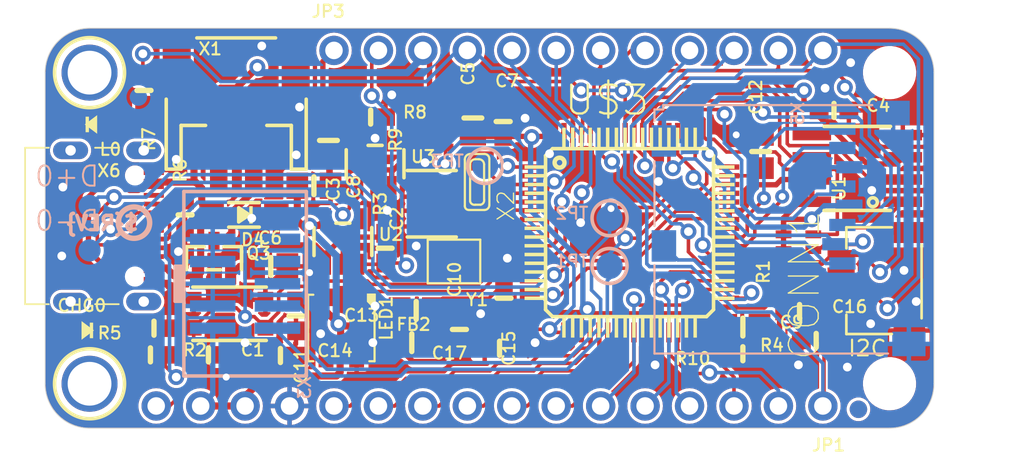
<source format=kicad_pcb>
(kicad_pcb (version 20240108) (generator "pcbnew") (generator_version "8.0")
  (layers (0 "F.Cu" signal) (31 "B.Cu" signal) (34 "B.Paste" user) (35 "F.Paste" user) (36 "B.SilkS" user "B.Silkscreen") (37 "F.SilkS" user "F.Silkscreen") (38 "B.Mask" user) (39 "F.Mask" user) (44 "Edge.Cuts" user))
  (net 0 "")
  (net 1 "GND")
  (net 2 "MOSI")
  (net 3 "MISO")
  (net 4 "SCK")
  (net 5 "A5")
  (net 6 "A4")
  (net 7 "A3")
  (net 8 "A2")
  (net 9 "A1")
  (net 10 "D11")
  (net 11 "D12")
  (net 12 "+3V3")
  (net 13 "VBUS")
  (net 14 "VBAT")
  (net 15 "N$2")
  (net 16 "D13")
  (net 17 "A0")
  (net 18 "N$1")
  (net 19 "N$3")
  (net 20 "N$4")
  (net 21 "SCL")
  (net 22 "SDA")
  (net 23 "D9")
  (net 24 "D8_NEOPIX")
  (net 25 "D6")
  (net 26 "D5")
  (net 27 "D10")
  (net 28 "D+")
  (net 29 "D-")
  (net 30 "~{RESET}")
  (net 31 "N$5")
  (net 32 "N$7")
  (net 33 "EN")
  (net 34 "VHI")
  (net 35 "FLASH_MOSI")
  (net 36 "FLASH_MISO")
  (net 37 "FLASH_SCK")
  (net 38 "FLASH_CS")
  (net 39 "RX_D0")
  (net 40 "TX_D1")
  (net 41 "V_DIV")
  (net 42 "SWDIO")
  (net 43 "SWCLK")
  (net 44 "VCAP2")
  (net 45 "VCAP1")
  (net 46 "AVCC")
  (net 47 "BOOT0")
  (net 48 "SDIO_D2")
  (net 49 "SDIO_D3")
  (net 50 "SDIO_D0")
  (net 51 "SDIO_CLK")
  (net 52 "SDIO_D1")
  (net 53 "SDIO_CMD")
  (net 54 "CC1")
  (net 55 "CC2")
  (net 56 "N$6")
  (net 57 "N$8")
  (net 58 "SD_DETECT")
  (net 59 "BATTERY")
  (footprint "Adafruit Feather STM32F405 Express:MOUNTINGHOLE_2.5_PLATED" (layer "F.Cu") (at 125.6411 113.8936 -90)
    (property "Reference" "U$32" (hide yes))
    (property "Value" "MOUNTINGHOLE2.5" (hide yes))
  )
  (footprint "Adafruit Feather STM32F405 Express:SOT23-R" (layer "F.Cu") (at 132.7531 106.7181)
    (property "Reference" "Q3")
    (property "Value" "DMG3405")
  )
  (footprint "Adafruit Feather STM32F405 Express:USB_C_CUSB31-CFM2AX-01-X" (layer "F.Cu") (at 125.7681 104.8766 -90)
    (property "Reference" "X6")
    (property "Value" "")
  )
  (footprint "Adafruit Feather STM32F405 Express:1X16_ROUND" (layer "F.Cu") (at 148.5011 115.1636 180)
    (property "Reference" "JP1")
    (property "Value" "")
  )
  (footprint "Adafruit Feather STM32F405 Express:0603-NO" (layer "F.Cu") (at 141.7066 98.6536)
    (property "Reference" "R8")
    (property "Value" "5.1K")
  )
  (footprint "Adafruit Feather STM32F405 Express:FEATHER_STM32F405_TOP" (layer "F.Cu") (at 123.1011 116.4336)
    (property "Reference" "U$24" (hide yes))
    (property "Value" "" (hide yes))
  )
  (footprint "Adafruit Feather STM32F405 Express:FIDUCIAL_1MM" (layer "F.Cu") (at 169.5831 115.3541 -90)
    (property "Reference" "U$35" (hide yes))
    (property "Value" "FIDUCIAL_1MM" (hide yes))
  )
  (footprint "Adafruit Feather STM32F405 Express:0805-NO" (layer "F.Cu") (at 163.9951 100.6221 90)
    (property "Reference" "C12")
    (property "Value" "10µF")
  )
  (footprint "Adafruit Feather STM32F405 Express:FIDUCIAL_1MM" (layer "F.Cu") (at 133.5786 95.5421 -90)
    (property "Reference" "U$34" (hide yes))
    (property "Value" "FIDUCIAL_1MM" (hide yes))
  )
  (footprint "Adafruit Feather STM32F405 Express:0805-NO" (layer "F.Cu") (at 144.0561 111.5441)
    (property "Reference" "FB2")
    (property "Value" "ferrite")
  )
  (footprint "Adafruit Feather STM32F405 Express:RESPACK_4X0603" (layer "F.Cu") (at 145.1991 103.6066 90)
    (property "Reference" "C2")
    (property "Value" "22pF")
  )
  (footprint "Adafruit Feather STM32F405 Express:RESPACK_4X0603_NO" (layer "F.Cu") (at 145.1356 99.0981 90)
    (property "Reference" "R9")
    (property "Value" "100K")
  )
  (footprint "Adafruit Feather STM32F405 Express:0603-NO" (layer "F.Cu") (at 131.1021 104.2416 90)
    (property "Reference" "R6")
    (property "Value" "5.1K")
  )
  (footprint "Adafruit Feather STM32F405 Express:0603-NO" (layer "F.Cu") (at 146.778896 110.789807 90)
    (property "Reference" "C10")
    (property "Value" "1uF")
  )
  (footprint "Adafruit Feather STM32F405 Express:0805-NO" (layer "F.Cu") (at 162.9791 110.6551)
    (property "Reference" "C9")
    (property "Value" "10µF")
  )
  (footprint "Adafruit Feather STM32F405 Express:0805-NO" (layer "F.Cu") (at 147.5486 98.7044 90)
    (property "Reference" "C5")
    (property "Value" "10uF")
  )
  (footprint "Adafruit Feather STM32F405 Express:0603-NO" (layer "F.Cu") (at 166.2176 109.7661)
    (property "Reference" "C16")
    (property "Value" "1uF")
  )
  (footprint "Adafruit Feather STM32F405 Express:0805-NO" (layer "F.Cu") (at 135.9966 107.1861)
    (property "Reference" "C6")
    (property "Value" "10µF")
  )
  (footprint "Adafruit Feather STM32F405 Express:0603-NO" (layer "F.Cu") (at 129.3241 110.7186 180)
    (property "Reference" "R5")
    (property "Value" "5.1K")
  )
  (footprint "Adafruit Feather STM32F405 Express:JST_SH4" (layer "F.Cu") (at 171.1071 108.0516 90)
    (property "Reference" "CONN1")
    (property "Value" "STEMMA_I2C_QT" (hide yes))
  )
  (footprint "Adafruit Feather STM32F405 Express:CHIPLED_0805_NOOUTLINE" (layer "F.Cu") (at 125.7461 99.0746 90)
    (property "Reference" "L0")
    (property "Value" "RED")
  )
  (footprint "Adafruit Feather STM32F405 Express:JSTPH2" (layer "F.Cu") (at 134.0231 97.1296)
    (property "Reference" "X1")
    (property "Value" "JSTPH")
  )
  (footprint "Adafruit Feather STM32F405 Express:SOT23-5" (layer "F.Cu") (at 141.9606 101.3206)
    (property "Reference" "U3")
    (property "Value" "MCP73831T-2ACI/OT")
  )
  (footprint "Adafruit Feather STM32F405 Express:SOT23-5" (layer "F.Cu") (at 140.1191 105.7656)
    (property "Reference" "U2")
    (property "Value" "AP2112-3.3")
  )
  (footprint "Adafruit Feather STM32F405 Express:RESPACK_4X0603_NO" (layer "F.Cu") (at 166.1541 106.6546 90)
    (property "Reference" "R1")
    (property "Value" "10K")
  )
  (footprint "Adafruit Feather STM32F405 Express:0603-NO" (layer "F.Cu") (at 128.7526 97.1296 -90)
    (property "Reference" "R7")
    (property "Value" "2.2K")
  )
  (footprint "Adafruit Feather STM32F405 Express:0603-NO" (layer "F.Cu") (at 149.2801 98.9074 90)
    (property "Reference" "C7")
    (property "Value" "1uF")
  )
  (footprint "Adafruit Feather STM32F405 Express:0603-NO" (layer "F.Cu") (at 142.5321 106.1466 90)
    (property "Reference" "R3")
    (property "Value" "10K")
  )
  (footprint "Adafruit Feather STM32F405 Express:0603-NO" (layer "F.Cu") (at 149.0726 111.8616 180)
    (property "Reference" "C17")
    (property "Value" "1uF")
  )
  (footprint "Adafruit Feather STM32F405 Express:1X12_ROUND" (layer "F.Cu") (at 153.5811 94.8436)
    (property "Reference" "JP3")
    (property "Value" "")
  )
  (footprint "Adafruit Feather STM32F405 Express:CHIPLED_0805_NOOUTLINE" (layer "F.Cu") (at 125.5141 110.8456 -90)
    (property "Reference" "CHG0")
    (property "Value" "ORANGE")
  )
  (footprint "Adafruit Feather STM32F405 Express:0805-NO" (layer "F.Cu") (at 144.3101 109.7026 180)
    (property "Reference" "C13")
    (property "Value" "10µF")
  )
  (footprint "Adafruit Feather STM32F405 Express:CRYSTAL_2.5X2" (layer "F.Cu") (at 146.4691 106.9086 180)
    (property "Reference" "Y1")
    (property "Value" "12mhz")
  )
  (footprint "Adafruit Feather STM32F405 Express:XTAL3215" (layer "F.Cu") (at 147.7899 102.362 90)
    (property "Reference" "X2")
    (property "Value" "32.768")
  )
  (footprint "Adafruit Feather STM32F405 Express:MOUNTINGHOLE_2.5_PLATED" (layer "F.Cu") (at 125.6411 96.1136 -90)
    (property "Reference" "U$31" (hide yes))
    (property "Value" "MOUNTINGHOLE2.5" (hide yes))
  )
  (footprint "Adafruit Feather STM32F405 Express:" (layer "F.Cu") (at 171.3611 113.8936)
    (property "Reference" "@HOLE1" (hide yes))
    (property "Value" "")
  )
  (footprint "Adafruit Feather STM32F405 Express:SOD-123" (layer "F.Cu") (at 134.4676 104.2416 180)
    (property "Reference" "D4")
    (property "Value" "MBR054")
  )
  (footprint "Adafruit Feather STM32F405 Express:0603-NO" (layer "F.Cu") (at 149.3266 109.0041 -90)
    (property "Reference" "C15")
    (property "Value" "0.1uF")
  )
  (footprint "Adafruit Feather STM32F405 Express:" (layer "F.Cu") (at 171.3611 96.1136)
    (property "Reference" "@HOLE0" (hide yes))
    (property "Value" "")
  )
  (footprint "Adafruit Feather STM32F405 Express:LED3535" (layer "F.Cu") (at 140.0302 110.7059 -90)
    (property "Reference" "LED1")
    (property "Value" "WS2812B3535")
  )
  (footprint "Adafruit Feather STM32F405 Express:BTN_KMR2_4.6X2.8" (layer "F.Cu") (at 133.6421 109.8931 180)
    (property "Reference" "SW1" (hide yes))
    (property "Value" "KMR2" (hide yes))
  )
  (footprint "Adafruit Feather STM32F405 Express:0603-NO" (layer "F.Cu") (at 137.4394 110.0201 -90)
    (property "Reference" "C11")
    (property "Value" "1uF")
  )
  (footprint "Adafruit Feather STM32F405 Express:0603-NO" (layer "F.Cu") (at 136.5504 112.279507)
    (property "Reference" "C14")
    (property "Value" "1uF")
  )
  (footprint "Adafruit Feather STM32F405 Express:0603-NO" (layer "F.Cu") (at 167.1701 111.4171 180)
    (property "Reference" "R4")
    (property "Value" "100K")
  )
  (footprint "Adafruit Feather STM32F405 Express:SOIC8_150MIL" (layer "F.Cu") (at 169.5196 101.5873 90)
    (property "Reference" "U1")
    (property "Value" "25Q16")
  )
  (footprint "Adafruit Feather STM32F405 Express:TQFP64" (layer "F.Cu") (at 156.5021 105.2576)
    (property "Reference" "U$3")
    (property "Value" "STM32F405R")
  )
  (footprint "Adafruit Feather STM32F405 Express:0805-NO" (layer "F.Cu") (at 139.2936 99.9871 -90)
    (property "Reference" "C3")
    (property "Value" "10µF")
  )
  (footprint "Adafruit Feather STM32F405 Express:0603-NO" (layer "F.Cu") (at 129.1209 112.2426)
    (property "Reference" "R2")
    (property "Value" "1K")
  )
  (footprint "Adafruit Feather STM32F405 Express:0805-NO" (layer "F.Cu") (at 138.4646 102.5756)
    (property "Reference" "C8")
    (property "Value" "10µF")
  )
  (footprint "Adafruit Feather STM32F405 Express:0603-NO" (layer "F.Cu") (at 168.1861 98.2726)
    (property "Reference" "C4")
    (property "Value" "1uF")
  )
  (footprint "Adafruit Feather STM32F405 Express:0603-NO" (layer "F.Cu") (at 132.4356 112.2426)
    (property "Reference" "C1")
    (property "Value" "0.1uF")
  )
  (footprint "Adafruit Feather STM32F405 Express:0603-NO" (layer "F.Cu") (at 162.9791 112.1791 180)
    (property "Reference" "R10")
    (property "Value" "100K")
  )
  (footprint "Adafruit Feather STM32F405 Express:FIDUCIAL_1MM" (layer "B.Cu") (at 169.5831 115.3541 180)
    (property "Reference" "U$37" (hide yes))
    (property "Value" "FIDUCIAL_1MM" (hide yes))
  )
  (footprint "Adafruit Feather STM32F405 Express:PCBFEAT-REV-040" (layer "B.Cu") (at 128.1811 104.6861 180)
    (property "Reference" "U$13" (hide yes))
    (property "Value" "" (hide yes))
  )
  (footprint "Adafruit Feather STM32F405 Express:B1,27" (layer "B.Cu") (at 125.6411 103.7336 180)
    (property "Reference" "D+0")
    (property "Value" "TPB1,27")
  )
  (footprint "Adafruit Feather STM32F405 Express:2X05_1.27MM_SMT" (layer "B.Cu") (at 134.5311 108.1786 90)
    (property "Reference" "X3")
    (property "Value" "")
  )
  (footprint "Adafruit Feather STM32F405 Express:FEATHER_STM32F405_BOT" (layer "B.Cu") (at 173.9011 116.4336 180)
    (property "Reference" "U$40" (hide yes))
    (property "Value" "" (hide yes))
  )
  (footprint "Adafruit Feather STM32F405 Express:MICROSD" (layer "B.Cu") (at 158.0261 98.0186 -90)
    (property "Reference" "X5")
    (property "Value" "")
  )
  (footprint "Adafruit Feather STM32F405 Express:TESTPOINT_ROUND_1.5MM" (layer "B.Cu") (at 155.3591 104.4321 180)
    (property "Reference" "TP2")
    (property "Value" "")
  )
  (footprint "Adafruit Feather STM32F405 Express:FIDUCIAL_1MM" (layer "B.Cu") (at 128.4351 97.5106 180)
    (property "Reference" "U$5" (hide yes))
    (property "Value" "FIDUCIAL_1MM" (hide yes))
  )
  (footprint "Adafruit Feather STM32F405 Express:B1,27" (layer "B.Cu") (at 125.6411 106.2736 180)
    (property "Reference" "D-0")
    (property "Value" "TPB1,27")
  )
  (footprint "Adafruit Feather STM32F405 Express:TESTPOINT_ROUND_1.5MM" (layer "B.Cu") (at 148.2471 101.4476 180)
    (property "Reference" "TP3")
    (property "Value" "")
  )
  (footprint "Adafruit Feather STM32F405 Express:TESTPOINT_ROUND_1.5MM" (layer "B.Cu") (at 155.3591 107.1626 180)
    (property "Reference" "TP1")
    (property "Value" "")
  )
  (gr_arc (start 171.3611 93.5736) (mid 173.157151 94.317549) (end 173.9011 96.1136) (stroke (width 0.05)) (layer "Edge.Cuts"))
  (gr_line (start 173.9011 113.8936) (end 173.9011 96.1136) (stroke (width 0.05)) (layer "Edge.Cuts"))
  (gr_line (start 171.3611 93.5736) (end 125.6411 93.5736) (stroke (width 0.05)) (layer "Edge.Cuts"))
  (gr_arc (start 125.6411 116.4336) (mid 123.845049 115.689651) (end 123.1011 113.8936) (stroke (width 0.05)) (layer "Edge.Cuts"))
  (gr_arc (start 173.9011 113.8936) (mid 173.157151 115.689651) (end 171.3611 116.4336) (stroke (width 0.05)) (layer "Edge.Cuts"))
  (gr_arc (start 123.1011 96.1136) (mid 123.845049 94.317549) (end 125.6411 93.5736) (stroke (width 0.05)) (layer "Edge.Cuts"))
  (gr_line (start 125.6411 116.4336) (end 171.3611 116.4336) (stroke (width 0.05)) (layer "Edge.Cuts"))
  (gr_line (start 123.1011 96.1136) (end 123.1011 113.8936) (stroke (width 0.05)) (layer "Edge.Cuts"))
  (gr_text "I2C" (at 170.0911 111.8616 0) (layer "F.SilkS") (effects (font (size 0.89408 0.89408) (thickness 0.12192))))
  (segment (start 129.8571 108.0766) (end 130.8736 109.0931) (width 0.3048) (layer "F.Cu") (net 1))
  (segment (start 145.0531 99.4981) (end 144.2856 99.4981) (width 0.254) (layer "F.Cu") (net 1))
  (segment (start 142.1511 99.6696) (end 141.9606 99.8601) (width 0.3048) (layer "F.Cu") (net 1))
  (segment (start 142.5566 98.6536) (end 142.1511 99.0591) (width 0.3048) (layer "F.Cu") (net 1))
  (segment (start 153.2093 111.65535) (end 153.00305 111.8616) (width 0.254) (layer "F.Cu") (net 1))
  (segment (start 166.3201 110.6551) (end 166.3201 111.4171) (width 0.3048) (layer "F.Cu") (net 1))
  (segment (start 129.3131 108.0766) (end 129.8571 108.0766) (width 0.3048) (layer "F.Cu") (net 1))
  (segment (start 136.9466 107.1861) (end 135.6921 108.4406) (width 0.254) (layer "F.Cu") (net 1))
  (segment (start 130.8736 109.0931) (end 131.5921 109.0931) (width 0.3048) (layer "F.Cu") (net 1))
  (segment (start 135.6921 108.4406) (end 135.6921 109.0931) (width 0.254) (layer "F.Cu") (net 1))
  (segment (start 153.2521 110.9576) (end 153.2093 111.0004) (width 0.254) (layer "F.Cu") (net 1))
  (segment (start 167.0676 109.9076) (end 166.3201 110.6551) (width 0.3048) (layer "F.Cu") (net 1))
  (segment (start 145.4721 98.6981) (end 145.0721 99.0981) (width 0.254) (layer "F.Cu") (net 1))
  (segment (start 153.2093 111.0004) (end 153.2093 111.65535) (width 0.254) (layer "F.Cu") (net 1))
  (segment (start 153.00305 111.8616) (end 152.2476 111.8616) (width 0.254) (layer "F.Cu") (net 1))
  (segment (start 167.0676 109.7661) (end 167.0676 109.9076) (width 0.3048) (layer "F.Cu") (net 1))
  (segment (start 167.6781 97.0026) (end 168.9481 98.2726) (width 0.3048) (layer "F.Cu") (net 1))
  (segment (start 145.9856 98.6981) (end 145.4721 98.6981) (width 0.254) (layer "F.Cu") (net 1))
  (segment (start 145.0721 99.4791) (end 145.0531 99.4981) (width 0.254) (layer "F.Cu") (net 1))
  (segment (start 142.1511 99.0591) (end 142.1511 99.6696) (width 0.3048) (layer "F.Cu") (net 1))
  (segment (start 145.0721 99.0981) (end 145.0721 99.4791) (width 0.254) (layer "F.Cu") (net 1))
  (segment (start 146.6049 98.6981) (end 147.5486 97.7544) (width 0.3048) (layer "F.Cu") (net 1))
  (segment (start 145.9856 98.6981) (end 146.6049 98.6981) (width 0.3048) (layer "F.Cu") (net 1))
  (segment (start 168.9481 98.2726) (end 169.0361 98.2726) (width 0.3048) (layer "F.Cu") (net 1))
  (via (at 134.9121 104.4321) (size 0.9064) (drill 0.5) (layers "F.Cu" "B.Cu") (net 1))
  (via (at 138.8491 111.0361) (size 0.9064) (drill 0.5) (layers "F.Cu" "B.Cu") (net 1))
  (via (at 141.9606 99.8601) (size 0.9064) (drill 0.5) (layers "F.Cu" "B.Cu") (net 1))
  (via (at 130.7211 106.3371) (size 0.9064) (drill 0.5) (layers "F.Cu" "B.Cu") (net 1))
  (via (at 142.9131 97.3836) (size 0.9064) (drill 0.5) (layers "F.Cu" "B.Cu") (net 1))
  (via (at 135.4836 94.5896) (size 0.9064) (drill 0.5) (layers "F.Cu" "B.Cu") (net 1))
  (via (at 124.1171 102.6541) (size 0.9064) (drill 0.5) (layers "F.Cu" "B.Cu") (net 1))
  (via (at 170.2816 110.4646) (size 0.9064) (drill 0.5) (layers "F.Cu" "B.Cu") (net 1))
  (via (at 167.6781 97.0026) (size 0.9064) (drill 0.5) (layers "F.Cu" "B.Cu") (net 1))
  (via (at 172.8851 109.1946) (size 0.9064) (drill 0.5) (layers "F.Cu" "B.Cu") (net 1))
  (via (at 170.3451 102.8446) (size 0.9064) (drill 0.5) (layers "F.Cu" "B.Cu") (net 1))
  (via (at 124.0536 106.5911) (size 0.9064) (drill 0.5) (layers "F.Cu" "B.Cu") (net 1))
  (via (at 141.9606 109.4486) (size 0.9064) (drill 0.5) (layers "F.Cu" "B.Cu") (net 1))
  (via (at 151.1046 111.5441) (size 0.9064) (drill 0.5) (layers "F.Cu" "B.Cu") (net 1))
  (via (at 151.9301 100.7491) (size 0.9064) (drill 0.5) (layers "F.Cu" "B.Cu") (net 1))
  (via (at 134.5311 111.5441) (size 0.9064) (drill 0.5) (layers "F.Cu" "B.Cu") (net 1))
  (via (at 144.8181 101.2571) (size 0.9064) (drill 0.5) (layers "F.Cu" "B.Cu") (net 1))
  (via (at 133.4516 113.5126) (size 0.8064) (drill 0.4) (layers "F.Cu" "B.Cu") (net 1))
  (via (at 153.7081 104.6861) (size 0.9064) (drill 0.5) (layers "F.Cu" "B.Cu") (net 1))
  (via (at 162.5981 99.6696) (size 0.8001) (drill 0.3937) (layers "F.Cu" "B.Cu") (net 1))
  (via (at 158.1531 102.3366) (size 0.9064) (drill 0.5) (layers "F.Cu" "B.Cu") (net 1))
  (via (at 144.3101 106.0196) (size 0.9064) (drill 0.5) (layers "F.Cu" "B.Cu") (net 1))
  (via (at 147.9931 109.8931) (size 0.9064) (drill 0.5) (layers "F.Cu" "B.Cu") (net 1))
  (via (at 138.2141 107.5436) (size 0.8064) (drill 0.4) (layers "F.Cu" "B.Cu") (net 1))
  (via (at 137.4521 100.8126) (size 0.9064) (drill 0.5) (layers "F.Cu" "B.Cu") (net 1))
  (via (at 169.1386 95.5421) (size 0.9064) (drill 0.5) (layers "F.Cu" "B.Cu") (net 1))
  (via (at 149.5171 106.7181) (size 0.9064) (drill 0.5) (layers "F.Cu" "B.Cu") (net 1))
  (via (at 150.5331 98.7171) (size 0.9064) (drill 0.5) (layers "F.Cu" "B.Cu") (net 1))
  (via (at 137.6426 98.0821) (size 0.9064) (drill 0.5) (layers "F.Cu" "B.Cu") (net 1))
  (via (at 166.1541 112.8141) (size 0.9064) (drill 0.5) (layers "F.Cu" "B.Cu") (net 1))
  (via (at 141.8336 111.5441) (size 0.9064) (drill 0.5) (layers "F.Cu" "B.Cu") (net 1))
  (via (at 130.5941 101.0666) (size 0.9064) (drill 0.5) (layers "F.Cu" "B.Cu") (net 1))
  (via (at 172.1866 107.4166) (size 0.9064) (drill 0.5) (layers "F.Cu" "B.Cu") (net 1))
  (via (at 157.9626 112.8141) (size 0.9064) (drill 0.5) (layers "F.Cu" "B.Cu") (net 1))
  (via (at 142.6591 103.9876) (size 0.9064) (drill 0.5) (layers "F.Cu" "B.Cu") (net 1))
  (via (at 168.9481 112.9411) (size 0.9064) (drill 0.5) (layers "F.Cu" "B.Cu") (net 1))
  (segment (start 171.5661 98.4186) (end 170.9991 98.4186) (width 0.3048) (layer "B.Cu") (net 1))
  (segment (start 170.9991 98.4186) (end 169.8371 97.2566) (width 0.3048) (layer "B.Cu") (net 1))
  (segment (start 158.8241 107.5076) (end 158.303812 108.027888) (width 0.2032) (layer "F.Cu") (net 2))
  (segment (start 158.303812 108.027888) (end 158.303812 108.5116) (width 0.2032) (layer "F.Cu") (net 2))
  (segment (start 162.2021 107.5076) (end 158.8241 107.5076) (width 0.2032) (layer "F.Cu") (net 2))
  (via (at 158.303812 108.5116) (size 0.9064) (drill 0.5) (layers "F.Cu" "B.Cu") (net 2))
  (segment (start 158.748312 113.806388) (end 157.3911 115.1636) (width 0.2032) (layer "B.Cu") (net 2))
  (segment (start 158.748312 109.1466) (end 158.748312 113.806388) (width 0.2032) (layer "B.Cu") (net 2))
  (segment (start 158.303812 108.7021) (end 158.303812 108.5116) (width 0.2032) (layer "B.Cu") (net 2))
  (segment (start 158.748312 109.1466) (end 158.303812 108.7021) (width 0.2032) (layer "B.Cu") (net 2))
  (segment (start 159.9271 108.0076) (end 159.5501 108.3846) (width 0.2032) (layer "F.Cu") (net 3))
  (segment (start 162.2021 108.0076) (end 159.9271 108.0076) (width 0.2032) (layer "F.Cu") (net 3))
  (segment (start 159.5501 108.3846) (end 159.5501 108.5751) (width 0.2032) (layer "F.Cu") (net 3))
  (via (at 159.5501 108.5751) (size 0.9064) (drill 0.5) (layers "F.Cu" "B.Cu") (net 3))
  (segment (start 159.5501 108.5751) (end 159.1691 108.9561) (width 0.2032) (layer "B.Cu") (net 3))
  (segment (start 159.1691 114.4016) (end 159.9311 115.1636) (width 0.2032) (layer "B.Cu") (net 3))
  (segment (start 159.1691 108.9561) (end 159.1691 114.4016) (width 0.2032) (layer "B.Cu") (net 3))
  (segment (start 159.9796 109.3966) (end 157.0851 109.3966) (width 0.2032) (layer "F.Cu") (net 4))
  (segment (start 160.8686 108.5076) (end 159.9796 109.3966) (width 0.2032) (layer "F.Cu") (net 4))
  (segment (start 162.2021 108.5076) (end 160.8686 108.5076) (width 0.2032) (layer "F.Cu") (net 4))
  (segment (start 156.7561 109.0676) (end 157.0851 109.3966) (width 0.2032) (layer "F.Cu") (net 4))
  (via (at 156.7561 109.0676) (size 0.9064) (drill 0.5) (layers "F.Cu" "B.Cu") (net 4))
  (segment (start 156.7561 113.2586) (end 154.8511 115.1636) (width 0.2032) (layer "B.Cu") (net 4))
  (segment (start 156.7561 109.0676) (end 156.7561 113.2586) (width 0.2032) (layer "B.Cu") (net 4))
  (segment (start 154.37765 114.0206) (end 153.23465 115.1636) (width 0.2032) (layer "F.Cu") (net 5))
  (segment (start 156.7521 110.9576) (end 156.7521 112.6276) (width 0.2032) (layer "F.Cu") (net 5))
  (segment (start 155.3591 114.0206) (end 154.37765 114.0206) (width 0.2032) (layer "F.Cu") (net 5))
  (segment (start 156.7521 112.6276) (end 155.3591 114.0206) (width 0.2032) (layer "F.Cu") (net 5))
  (segment (start 153.23465 115.1636) (end 152.3111 115.1636) (width 0.2032) (layer "F.Cu") (net 5))
  (segment (start 153.830487 114.0206) (end 151.8031 114.0206) (width 0.2032) (layer "F.Cu") (net 6))
  (segment (start 154.262287 113.5888) (end 153.830487 114.0206) (width 0.2032) (layer "F.Cu") (net 6))
  (segment (start 150.6601 115.1636) (end 149.7711 115.1636) (width 0.2032) (layer "F.Cu") (net 6))
  (segment (start 156.2521 112.516938) (end 155.180237 113.5888) (width 0.2032) (layer "F.Cu") (net 6))
  (segment (start 151.8031 114.0206) (end 150.6601 115.1636) (width 0.2032) (layer "F.Cu") (net 6))
  (segment (start 156.2521 110.9576) (end 156.2521 112.516938) (width 0.2032) (layer "F.Cu") (net 6))
  (segment (start 155.180237 113.5888) (end 154.262287 113.5888) (width 0.2032) (layer "F.Cu") (net 6))
  (segment (start 149.29765 114.0206) (end 151.255937 114.0206) (width 0.2032) (layer "F.Cu") (net 7))
  (segment (start 155.7521 112.406275) (end 155.001375 113.157) (width 0.2032) (layer "F.Cu") (net 7))
  (segment (start 148.15465 115.1636) (end 149.29765 114.0206) (width 0.2032) (layer "F.Cu") (net 7))
  (segment (start 154.146925 113.157) (end 153.715125 113.5888) (width 0.2032) (layer "F.Cu") (net 7))
  (segment (start 155.001375 113.157) (end 154.146925 113.157) (width 0.2032) (layer "F.Cu") (net 7))
  (segment (start 151.687737 113.5888) (end 153.715125 113.5888) (width 0.2032) (layer "F.Cu") (net 7))
  (segment (start 155.7521 110.9576) (end 155.7521 112.406275) (width 0.2032) (layer "F.Cu") (net 7))
  (segment (start 148.15465 115.1636) (end 147.2311 115.1636) (width 0.2032) (layer "F.Cu") (net 7))
  (segment (start 151.255937 114.0206) (end 151.687737 113.5888) (width 0.2032) (layer "F.Cu") (net 7))
  (segment (start 149.1869 113.5888) (end 148.7551 114.0206) (width 0.2032) (layer "F.Cu") (net 8))
  (segment (start 146.75765 114.0206) (end 145.61465 115.1636) (width 0.2032) (layer "F.Cu") (net 8))
  (segment (start 153.599762 113.157) (end 151.572375 113.157) (width 0.2032) (layer "F.Cu") (net 8))
  (segment (start 154.7495 112.7252) (end 154.031562 112.7252) (width 0.2032) (layer "F.Cu") (net 8))
  (segment (start 151.140575 113.5888) (end 149.1869 113.5888) (width 0.2032) (layer "F.Cu") (net 8))
  (segment (start 145.61465 115.1636) (end 144.6911 115.1636) (width 0.2032) (layer "F.Cu") (net 8))
  (segment (start 154.031562 112.7252) (end 153.599762 113.157) (width 0.2032) (layer "F.Cu") (net 8))
  (segment (start 151.572375 113.157) (end 151.140575 113.5888) (width 0.2032) (layer "F.Cu") (net 8))
  (segment (start 148.7551 114.0206) (end 146.75765 114.0206) (width 0.2032) (layer "F.Cu") (net 8))
  (segment (start 155.2521 110.9576) (end 155.2521 112.2226) (width 0.2032) (layer "F.Cu") (net 8))
  (segment (start 155.2521 112.2226) (end 154.7495 112.7252) (width 0.2032) (layer "F.Cu") (net 8))
  (segment (start 143.07465 115.1636) (end 142.1511 115.1636) (width 0.2032) (layer "F.Cu") (net 9))
  (segment (start 154.7521 110.9576) (end 154.7521 111.9606) (width 0.2032) (layer "F.Cu") (net 9))
  (segment (start 151.457012 112.7252) (end 151.025212 113.157) (width 0.2032) (layer "F.Cu") (net 9))
  (segment (start 149.071537 113.157) (end 148.639737 113.5888) (width 0.2032) (layer "F.Cu") (net 9))
  (segment (start 144.21765 114.0206) (end 143.07465 115.1636) (width 0.2032) (layer "F.Cu") (net 9))
  (segment (start 153.4209 112.7252) (end 151.457012 112.7252) (width 0.2032) (layer "F.Cu") (net 9))
  (segment (start 154.7521 111.9606) (end 154.4193 112.2934) (width 0.2032) (layer "F.Cu") (net 9))
  (segment (start 146.210487 114.0206) (end 144.21765 114.0206) (width 0.2032) (layer "F.Cu") (net 9))
  (segment (start 151.025212 113.157) (end 149.071537 113.157) (width 0.2032) (layer "F.Cu") (net 9))
  (segment (start 154.4193 112.2934) (end 153.8527 112.2934) (width 0.2032) (layer "F.Cu") (net 9))
  (segment (start 148.639737 113.5888) (end 146.642287 113.5888) (width 0.2032) (layer "F.Cu") (net 9))
  (segment (start 146.642287 113.5888) (end 146.210487 114.0206) (width 0.2032) (layer "F.Cu") (net 9))
  (segment (start 153.8527 112.2934) (end 153.4209 112.7252) (width 0.2032) (layer "F.Cu") (net 9))
  (segment (start 152.8191 104.4956) (end 152.8191 105.9561) (width 0.2032) (layer "F.Cu") (net 10))
  (segment (start 153.7716 103.5431) (end 153.7716 102.9716) (width 0.2032) (layer "F.Cu") (net 10))
  (segment (start 152.2676 106.5076) (end 152.8191 105.9561) (width 0.2032) (layer "F.Cu") (net 10))
  (segment (start 150.8021 106.5076) (end 152.2676 106.5076) (width 0.2032) (layer "F.Cu") (net 10))
  (segment (start 153.7716 103.5431) (end 152.8191 104.4956) (width 0.2032) (layer "F.Cu") (net 10))
  (via (at 153.7716 102.9716) (size 0.9064) (drill 0.5) (layers "F.Cu" "B.Cu") (net 10))
  (segment (start 153.7716 102.9716) (end 154.2796 102.4636) (width 0.2032) (layer "B.Cu") (net 10))
  (segment (start 152.3111 94.8436) (end 152.3111 97.7011) (width 0.2032) (layer "B.Cu") (net 10))
  (segment (start 154.2796 99.6696) (end 154.2796 102.4636) (width 0.2032) (layer "B.Cu") (net 10))
  (segment (start 154.2796 99.6696) (end 152.3111 97.7011) (width 0.2032) (layer "B.Cu") (net 10))
  (segment (start 152.3151 103.8011) (end 152.6326 103.4836) (width 0.2032) (layer "F.Cu") (net 11))
  (segment (start 152.0771 106.0076) (end 150.8021 106.0076) (width 0.2032) (layer "F.Cu") (net 11))
  (segment (start 152.3151 105.7696) (end 152.0771 106.0076) (width 0.2032) (layer "F.Cu") (net 11))
  (segment (start 152.3151 103.8011) (end 152.3151 105.7696) (width 0.2032) (layer "F.Cu") (net 11))
  (via (at 152.6326 103.4836) (size 0.9064) (drill 0.5) (layers "F.Cu" "B.Cu") (net 11))
  (segment (start 153.7843 101.8239) (end 153.7843 99.721463) (width 0.2032) (layer "B.Cu") (net 11))
  (segment (start 149.7711 94.8436) (end 149.7711 95.708263) (width 0.2032) (layer "B.Cu") (net 11))
  (segment (start 153.7843 99.721463) (end 149.7711 95.708263) (width 0.2032) (layer "B.Cu") (net 11))
  (segment (start 153.7843 101.8239) (end 152.6326 102.9756) (width 0.2032) (layer "B.Cu") (net 11))
  (segment (start 152.6326 103.4836) (end 152.6326 102.9756) (width 0.2032) (layer "B.Cu") (net 11))
  (segment (start 162.2195 103.9902) (end 162.910375 103.9902) (width 0.3048) (layer "F.Cu") (net 12))
  (segment (start 165.3676 109.7661) (end 165.0746 110.0591) (width 0.3048) (layer "F.Cu") (net 12))
  (segment (start 143.0731 111.5771) (end 142.0876 110.5916) (width 0.4064) (layer "F.Cu") (net 12))
  (segment (start 145.762875 112.6243) (end 146.435325 111.95185) (width 0.3048) (layer "F.Cu") (net 12))
  (segment (start 168.156375 98.9251) (end 168.3498 99.118525) (width 0.3048) (layer "F.Cu") (net 12))
  (segment (start 139.9612 113.240713) (end 139.752812 113.4491) (width 0.4064) (layer "F.Cu") (net 12))
  (segment (start 135.7004 113.4491) (end 135.7004 112.279507) (width 0.4064) (layer "F.Cu") (net 12))
  (segment (start 164.2001 109.5121) (end 165.01835 108.69385) (width 0.3048) (layer "F.Cu") (net 12))
  (segment (start 143.1061 111.5441) (end 143.61285 112.05085) (width 0.3048) (layer "F.Cu") (net 12))
  (segment (start 163.4284 102.5223) (end 164.881875 102.5223) (width 0.3048) (layer "F.Cu") (net 12))
  (segment (start 167.01135 98.30435) (end 167.6321 98.9251) (width 0.3048) (layer "F.Cu") (net 12))
  (segment (start 153.8546 109.8736) (end 154.0891 109.6391) (width 0.3048) (layer "F.Cu") (net 12))
  (segment (start 138.7881 104.8465) (end 138.2007 104.8465) (width 0.4064) (layer "F.Cu") (net 12))
  (segment (start 166.9196 103.4923) (end 166.228006 103.4923) (width 0.3048) (layer "F.Cu") (net 12))
  (segment (start 142.0876 110.5916) (end 139.9921 110.5916) (width 0.4064) (layer "F.Cu") (net 12))
  (segment (start 168.2121 108.5516) (end 167.9501 108.8136) (width 0.3048) (layer "F.Cu") (net 12))
  (segment (start 163.1696 102.7811) (end 163.4284 102.5223) (width 0.3048) (layer "F.Cu") (net 12))
  (segment (start 139.8651 110.4646) (end 139.9921 110.5916) (width 0.4064) (layer "F.Cu") (net 12))
  (segment (start 166.9196 103.4923) (end 166.9196 102.2223) (width 0.3048) (layer "F.Cu") (net 12))
  (segment (start 162.2021 104.0076) (end 162.2195 103.9902) (width 0.3048) (layer "F.Cu") (net 12))
  (segment (start 143.1061 111.5441) (end 143.0731 111.5771) (width 0.3048) (layer "F.Cu") (net 12))
  (segment (start 166.4716 97.7646) (end 167.01135 98.30435) (width 0.3048) (layer "F.Cu") (net 12))
  (segment (start 154.3431 109.8931) (end 154.0891 109.6391) (width 0.3048) (layer "F.Cu") (net 12))
  (segment (start 135.7004 113.4491) (end 134.6844 114.4651) (width 0.4064) (layer "F.Cu") (net 12))
  (segment (start 150.8709 99.7574) (end 150.9101 99.7966) (width 0.3048) (layer "F.Cu") (net 12))
  (segment (start 138.2007 104.8465) (end 138.2141 104.8599) (width 0.4064) (layer "F.Cu") (net 12))
  (segment (start 139.1691 104.4655) (end 138.7881 104.8465) (width 0.4064) (layer "F.Cu") (net 12))
  (segment (start 139.9612 111.809088) (end 139.9612 113.240713) (width 0.4064) (layer "F.Cu") (net 12))
  (segment (start 154.0891 109.6391) (end 153.8351 109.8931) (width 0.3048) (layer "F.Cu") (net 12))
  (segment (start 165.1381 108.8136) (end 165.01835 108.69385) (width 0.3048) (layer "F.Cu") (net 12))
  (segment (start 137.5146 104.5581) (end 137.5146 102.5756) (width 0.4064) (layer "F.Cu") (net 12))
  (segment (start 167.3361 98.2726) (end 167.30435 98.30435) (width 0.3048) (layer "F.Cu") (net 12))
  (segment (start 146.587465 111.448375) (end 146.778896 111.639807) (width 0.4064) (layer "F.Cu") (net 12))
  (segment (start 164.881875 102.5223) (end 165.181875 102.2223) (width 0.3048) (layer "F.Cu") (net 12))
  (segment (start 160.6331 109.5121) (end 164.2001 109.5121) (width 0.3048) (layer "F.Cu") (net 12))
  (segment (start 134.6844 114.4651) (end 134.6844 115.1636) (width 0.4064) (layer "F.Cu") (net 12))
  (segment (start 137.4394 109.1701) (end 138.941 109.1701) (width 0.4064) (layer "F.Cu") (net 12))
  (segment (start 160.6331 109.8931) (end 160.6331 109.5121) (width 0.3048) (layer "F.Cu") (net 12))
  (segment (start 147.382603 110.8456) (end 146.778896 111.449307) (width 0.4064) (layer "F.Cu") (net 12))
  (segment (start 153.7521 110.9576) (end 153.7521 109.8931) (width 0.3048) (layer "F.Cu") (net 12))
  (segment (start 166.228006 103.4923) (end 165.3041 104.416207) (width 0.3048) (layer "F.Cu") (net 12))
  (segment (start 139.1552 109.7547) (end 139.1552 108.9559) (width 0.4064) (layer "F.Cu") (net 12))
  (segment (start 150.9336 109.8736) (end 149.9616 110.8456) (width 0.4064) (layer "F.Cu") (net 12))
  (segment (start 138.941 109.1701) (end 139.1552 108.9559) (width 0.4064) (layer "F.Cu") (net 12))
  (segment (start 153.8546 109.8736) (end 150.9336 109.8736) (width 0.4064) (layer "F.Cu") (net 12))
  (segment (start 165.3041 105.3546) (end 165.3041 104.4956) (width 0.3048) (layer "F.Cu") (net 12))
  (segment (start 161.8326 101.5076) (end 161.0741 100.7491) (width 0.3048) (layer "F.Cu") (net 12))
  (segment (start 138.2141 105.2576) (end 137.5146 104.5581) (width 0.4064) (layer "F.Cu") (net 12))
  (segment (start 162.2021 104.0076) (end 162.2021 104.5076) (width 0.3048) (layer "F.Cu") (net 12))
  (segment (start 165.3041 107.0546) (end 165.3041 106.2546) (width 0.3048) (layer "F.Cu") (net 12))
  (segment (start 168.5931 108.5516) (end 168.2121 108.5516) (width 0.3048) (layer "F.Cu") (net 12))
  (segment (start 165.1381 108.1206) (end 165.1381 108.8136) (width 0.3048) (layer "F.Cu") (net 12))
  (segment (start 143.61285 112.05085) (end 143.61285 112.11435) (width 0.3048) (layer "F.Cu") (net 12))
  (segment (start 146.435325 111.95185) (end 146.435325 111.448375) (width 0.3048) (layer "F.Cu") (net 12))
  (segment (start 160.2521 110.9576) (end 160.2521 109.8931) (width 0.3048) (layer "F.Cu") (net 12))
  (segment (start 144.1228 112.6243) (end 143.61285 112.11435) (width 0.3048) (layer "F.Cu") (net 12))
  (segment (start 146.778896 111.449307) (end 146.778896 111.639807) (width 0.4064) (layer "F.Cu") (net 12))
  (segment (start 153.8351 109.8931) (end 153.7521 109.8931) (width 0.3048) (layer "F.Cu") (net 12))
  (segment (start 165.3676 109.7661) (end 165.1381 109.5366) (width 0.3048) (layer "F.Cu") (net 12))
  (segment (start 139.9921 111.778188) (end 139.9612 111.809088) (width 0.4064) (layer "F.Cu") (net 12))
  (segment (start 149.2801 99.7574) (end 150.8709 99.7574) (width 0.3048) (layer "F.Cu") (net 12))
  (segment (start 147.6516 99.7574) (end 149.2801 99.7574) (width 0.3048) (layer "F.Cu") (net 12))
  (segment (start 149.9616 110.8456) (end 147.382603 110.8456) (width 0.4064) (layer "F.Cu") (net 12))
  (segment (start 171.7386 101.3333) (end 172.1196 100.9523) (width 0.3048) (layer "F.Cu") (net 12))
  (segment (start 167.6321 98.9251) (end 168.156375 98.9251) (width 0.3048) (layer "F.Cu") (net 12))
  (segment (start 167.30435 98.30435) (end 167.01135 98.30435) (width 0.3048) (layer "F.Cu") (net 12))
  (segment (start 147.5486 99.6544) (end 147.6516 99.7574) (width 0.3048) (layer "F.Cu") (net 12))
  (segment (start 160.6331 109.8931) (end 160.2521 109.8931) (width 0.3048) (layer "F.Cu") (net 12))
  (segment (start 139.752812 113.4491) (end 135.7004 113.4491) (width 0.4064) (layer "F.Cu") (net 12))
  (segment (start 165.181875 102.2223) (end 166.9196 102.2223) (width 0.3048) (layer "F.Cu") (net 12))
  (segment (start 144.1228 112.6243) (end 145.762875 112.6243) (width 0.3048) (layer "F.Cu") (net 12))
  (segment (start 168.3498 99.6061) (end 170.077 101.3333) (width 0.3048) (layer "F.Cu") (net 12))
  (segment (start 152.5523 99.7574) (end 150.8709 99.7574) (width 0.3048) (layer "F.Cu") (net 12))
  (segment (start 165.0746 111.5441) (end 164.4396 112.1791) (width 0.3048) (layer "F.Cu") (net 12))
  (segment (start 166.4716 97.1296) (end 166.4716 97.7646) (width 0.3048) (layer "F.Cu") (net 12))
  (segment (start 134.6844 115.1636) (end 134.5311 115.1636) (width 0.4064) (layer "F.Cu") (net 12))
  (segment (start 164.4396 112.1791) (end 163.8291 112.1791) (width 0.3048) (layer "F.Cu") (net 12))
  (segment (start 165.3041 106.2546) (end 165.3041 105.3546) (width 0.3048) (layer "F.Cu") (net 12))
  (segment (start 166.9251 104.4956) (end 165.3041 104.4956) (width 0.3048) (layer "F.Cu") (net 12))
  (segment (start 152.7521 99.5576) (end 152.5523 99.7574) (width 0.3048) (layer "F.Cu") (net 12))
  (segment (start 139.9921 110.5916) (end 139.9921 111.778188) (width 0.4064) (layer "F.Cu") (net 12))
  (segment (start 165.3041 107.9546) (end 165.3041 107.0546) (width 0.3048) (layer "F.Cu") (net 12))
  (segment (start 162.910375 103.9902) (end 163.1696 103.730975) (width 0.3048) (layer "F.Cu") (net 12))
  (segment (start 139.8651 110.4646) (end 139.1552 109.7547) (width 0.4064) (layer "F.Cu") (net 12))
  (segment (start 138.2141 104.8599) (end 138.2141 105.2576) (width 0.3048) (layer "F.Cu") (net 12))
  (segment (start 165.3041 105.3546) (end 165.3041 104.416207) (width 0.3048) (layer "F.Cu") (net 12))
  (segment (start 163.1696 103.730975) (end 163.1696 102.7811) (width 0.3048) (layer "F.Cu") (net 12))
  (segment (start 160.2521 109.8931) (end 154.3431 109.8931) (width 0.3048) (layer "F.Cu") (net 12))
  (segment (start 162.2021 101.5076) (end 161.8326 101.5076) (width 0.3048) (layer "F.Cu") (net 12))
  (segment (start 170.077 101.3333) (end 171.7386 101.3333) (width 0.3048) (layer "F.Cu") (net 12))
  (segment (start 167.9501 108.8136) (end 165.1381 108.8136) (width 0.3048) (layer "F.Cu") (net 12))
  (segment (start 165.3041 107.9546) (end 165.1381 108.1206) (width 0.3048) (layer "F.Cu") (net 12))
  (segment (start 131.9911 115.1636) (end 134.5311 115.1636) (width 0.4064) (layer "F.Cu") (net 12))
  (segment (start 146.435325 111.448375) (end 146.587465 111.448375) (width 0.3048) (layer "F.Cu") (net 12))
  (segment (start 165.0746 110.0591) (end 165.0746 111.5441) (width 0.3048) (layer "F.Cu") (net 12))
  (segment (start 168.3498 99.118525) (end 168.3498 99.6061) (width 0.3048) (layer "F.Cu") (net 12))
  (segment (start 165.1381 109.5366) (end 165.1381 108.8136) (width 0.3048) (layer "F.Cu") (net 12))
  (via (at 138.2141 104.8599) (size 0.9064) (drill 0.5) (layers "F.Cu" "B.Cu") (net 12))
  (via (at 161.0741 100.7491) (size 0.9064) (drill 0.5) (layers "F.Cu" "B.Cu") (net 12))
  (via (at 154.0891 109.6391) (size 0.9064) (drill 0.5) (layers "F.Cu" "B.Cu") (net 12))
  (via (at 150.9101 99.7966) (size 0.9064) (drill 0.5) (layers "F.Cu" "B.Cu") (net 12))
  (via (at 166.9251 104.4956) (size 0.9064) (drill 0.5) (layers "F.Cu" "B.Cu") (net 12))
  (via (at 139.8651 110.4646) (size 0.9064) (drill 0.5) (layers "F.Cu" "B.Cu") (net 12))
  (via (at 166.4716 97.1296) (size 0.9064) (drill 0.5) (layers "F.Cu" "B.Cu") (net 12))
  (segment (start 166.4806 104.9401) (end 163.549781 104.9401) (width 0.3048) (layer "B.Cu") (net 12))
  (segment (start 139.8651 110.4646) (end 139.7381 110.3376) (width 0.4064) (layer "B.Cu") (net 12))
  (segment (start 161.0741 98.1456) (end 161.0741 100.7491) (width 0.3048) (layer "B.Cu") (net 12))
  (segment (start 139.7381 106.5744) (end 138.2141 105.0504) (width 0.4064) (layer "B.Cu") (net 12))
  (segment (start 162.9791 97.5741) (end 161.6456 97.5741) (width 0.3048) (layer "B.Cu") (net 12))
  (segment (start 150.8466 99.8601) (end 150.8466 103.9836) (width 0.3048) (layer "B.Cu") (net 12))
  (segment (start 154.0891 109.6391) (end 153.8351 109.3851) (width 0.3048) (layer "B.Cu") (net 12))
  (segment (start 166.9251 104.4956) (end 166.4806 104.9401) (width 0.3048) (layer "B.Cu") (net 12))
  (segment (start 163.4236 97.1296) (end 162.9791 97.5741) (width 0.3048) (layer "B.Cu") (net 12))
  (segment (start 138.2141 105.0504) (end 138.2141 104.8599) (width 0.4064) (layer "B.Cu") (net 12))
  (segment (start 139.7381 106.5744) (end 139.7381 110.3376) (width 0.4064) (layer "B.Cu") (net 12))
  (segment (start 166.89335 104.46385) (end 166.9251 104.4956) (width 0.3048) (layer "B.Cu") (net 12))
  (segment (start 162.4076 102.0826) (end 162.4076 103.797919) (width 0.3048) (layer "B.Cu") (net 12))
  (segment (start 167.6386 103.7186) (end 166.89335 104.46385) (width 0.3048) (layer "B.Cu") (net 12))
  (segment (start 161.0741 100.7491) (end 162.4076 102.0826) (width 0.3048) (layer "B.Cu") (net 12))
  (segment (start 153.8351 106.9721) (end 150.8466 103.9836) (width 0.3048) (layer "B.Cu") (net 12))
  (segment (start 163.549781 104.9401) (end 162.4076 103.797919) (width 0.3048) (layer "B.Cu") (net 12))
  (segment (start 169.0661 103.7186) (end 167.6386 103.7186) (width 0.3048) (layer "B.Cu") (net 12))
  (segment (start 161.6456 97.5741) (end 161.0741 98.1456) (width 0.3048) (layer "B.Cu") (net 12))
  (segment (start 132.6811 110.7186) (end 132.6811 114.4736) (width 0.3048) (layer "B.Cu") (net 12))
  (segment (start 153.8351 106.9721) (end 153.8351 109.3851) (width 0.3048) (layer "B.Cu") (net 12))
  (segment (start 132.6811 114.4736) (end 131.9911 115.1636) (width 0.3048) (layer "B.Cu") (net 12))
  (segment (start 150.9101 99.7966) (end 150.8466 99.8601) (width 0.3048) (layer "B.Cu") (net 12))
  (segment (start 166.4716 97.1296) (end 163.4236 97.1296) (width 0.3048) (layer "B.Cu") (net 12))
  (segment (start 129.3131 102.4766) (end 129.4192 102.3705) (width 0.4064) (layer "F.Cu") (net 13))
  (segment (start 128.4351 102.8446) (end 127.9271 102.8446) (width 0.3048) (layer "F.Cu") (net 13))
  (segment (start 131.6101 102.2731) (end 132.0532 102.7162) (width 0.4064) (layer "F.Cu") (net 13))
  (segment (start 132.0532 103.551938) (end 132.6176 104.116338) (width 0.4064) (layer "F.Cu") (net 13))
  (segment (start 132.6176 104.2416) (end 131.9911 104.8681) (width 0.4064) (layer "F.Cu") (net 13))
  (segment (start 129.3131 107.2766) (end 130.0281 107.2766) (width 0.4064) (layer "F.Cu") (net 13))
  (segment (start 127.4826 102.4001) (end 126.4031 102.4001) (width 0.3048) (layer "F.Cu") (net 13))
  (segment (start 145.0721 98.2726) (end 144.6466 98.6981) (width 0.3048) (layer "F.Cu") (net 13))
  (segment (start 134.0231 97.0026) (end 133.1341 97.0026) (width 0.4064) (layer "F.Cu") (net 13))
  (segment (start 144.6466 98.6981) (end 144.2856 98.6981) (width 0.3048) (layer "F.Cu") (net 13))
  (segment (start 132.0532 102.7162) (end 132.0532 103.551938) (width 0.4064) (layer "F.Cu") (net 13))
  (segment (start 131.6101 98.5266) (end 131.6101 102.2731) (width 0.4064) (layer "F.Cu") (net 13))
  (segment (start 130.4696 107.7181) (end 130.0281 107.2766) (width 0.4064) (layer "F.Cu") (net 13))
  (segment (start 129.3131 102.4766) (end 128.8031 102.4766) (width 0.3048) (layer "F.Cu") (net 13))
  (segment (start 131.9911 104.8681) (end 131.9911 107.5301) (width 0.4064) (layer "F.Cu") (net 13))
  (segment (start 130.4696 107.7181) (end 131.8031 107.7181) (width 0.4064) (layer "F.Cu") (net 13))
  (segment (start 128.8031 102.4766) (end 128.4351 102.8446) (width 0.2032) (layer "F.Cu") (net 13))
  (segment (start 131.9911 107.5301) (end 131.8031 107.7181) (width 0.4064) (layer "F.Cu") (net 13))
  (segment (start 132.6176 104.116338) (end 132.6176 104.2416) (width 0.4064) (layer "F.Cu") (net 13))
  (segment (start 144.6911 94.8436) (end 145.0721 95.2246) (width 0.3048) (layer "F.Cu") (net 13))
  (segment (start 134.0231 97.0026) (end 135.2296 95.7961) (width 0.4064) (layer "F.Cu") (net 13))
  (segment (start 126.4031 102.4001) (end 125.5776 103.2256) (width 0.3048) (layer "F.Cu") (net 13))
  (segment (start 124.7521 110.8456) (end 124.4641 110.8456) (width 0.3048) (layer "F.Cu") (net 13))
  (segment (start 129.4192 102.3705) (end 131.6101 102.3705) (width 0.4064) (layer "F.Cu") (net 13))
  (segment (start 143.7576 98.6981) (end 143.4846 98.9711) (width 0.3048) (layer "F.Cu") (net 13))
  (segment (start 126.5936 107.2896) (end 126.5936 109.0041) (width 0.3048) (layer "F.Cu") (net 13))
  (segment (start 144.2856 98.6981) (end 143.7576 98.6981) (width 0.3048) (layer "F.Cu") (net 13))
  (segment (start 127.9271 102.8446) (end 127.4826 102.4001) (width 0.3048) (layer "F.Cu") (net 13))
  (segment (start 133.1341 97.0026) (end 131.6101 98.5266) (width 0.4064) (layer "F.Cu") (net 13))
  (segment (start 125.5776 106.2736) (end 126.5936 107.2896) (width 0.3048) (layer "F.Cu") (net 13))
  (segment (start 145.0721 95.2246) (end 145.0721 98.2726) (width 0.3048) (layer "F.Cu") (net 13))
  (segment (start 143.4846 98.9711) (end 143.4846 99.7966) (width 0.3048) (layer "F.Cu") (net 13))
  (segment (start 125.5776 103.2256) (end 125.5776 106.2736) (width 0.3048) (layer "F.Cu") (net 13))
  (segment (start 131.6101 102.3705) (end 131.6101 102.2731) (width 0.4064) (layer "F.Cu") (net 13))
  (segment (start 126.5936 109.0041) (end 124.7521 110.8456) (width 0.3048) (layer "F.Cu") (net 13))
  (segment (start 143.4846 99.7966) (end 143.2607 100.0205) (width 0.3048) (layer "F.Cu") (net 13))
  (segment (start 143.2607 100.0205) (end 142.9106 100.0205) (width 0.3048) (layer "F.Cu") (net 13))
  (via (at 135.2296 95.7961) (size 0.9064) (drill 0.5) (layers "F.Cu" "B.Cu") (net 13))
  (segment (start 144.6911 95.2246) (end 144.6911 94.8436) (width 0.4064) (layer "B.Cu") (net 13))
  (segment (start 143.8021 96.1136) (end 135.2296 96.1136) (width 0.4064) (layer "B.Cu") (net 13))
  (segment (start 135.2296 95.7961) (end 135.2296 96.1136) (width 0.4064) (layer "B.Cu") (net 13))
  (segment (start 143.8021 96.1136) (end 144.6911 95.2246) (width 0.4064) (layer "B.Cu") (net 13))
  (segment (start 142.382893 101.6651) (end 142.390393 101.6726) (width 0.3048) (layer "F.Cu") (net 14))
  (segment (start 139.2936 99.0371) (end 138.9761 98.7196) (width 0.3048) (layer "F.Cu") (net 14))
  (segment (start 142.390393 101.6726) (end 143.0111 101.6726) (width 0.3048) (layer "F.Cu") (net 14))
  (segment (start 140.38 99.806) (end 139.6111 99.0371) (width 0.3048) (layer "F.Cu") (net 14))
  (segment (start 142.9106 102.6207) (end 142.9106 101.7731) (width 0.3048) (layer "F.Cu") (net 14))
  (segment (start 135.0231 100.8296) (end 135.0231 102.8606) (width 0.4064) (layer "F.Cu") (net 14))
  (segment (start 133.3086 105.7181) (end 132.7531 105.7181) (width 0.4064) (layer "F.Cu") (net 14))
  (segment (start 133.7691 104.1146) (end 133.7691 105.2576) (width 0.4064) (layer "F.Cu") (net 14))
  (segment (start 139.2936 99.0371) (end 139.6111 99.0371) (width 0.3048) (layer "F.Cu") (net 14))
  (segment (start 141.277306 101.6651) (end 142.382893 101.6651) (width 0.3048) (layer "F.Cu") (net 14))
  (segment (start 136.8156 99.0371) (end 139.2936 99.0371) (width 0.3048) (layer "F.Cu") (net 14))
  (segment (start 135.0231 100.8296) (end 136.8156 99.0371) (width 0.3048) (layer "F.Cu") (net 14))
  (segment (start 133.7691 105.2576) (end 133.3086 105.7181) (width 0.4064) (layer "F.Cu") (net 14))
  (segment (start 139.6111 94.8436) (end 138.9761 95.4786) (width 0.3048) (layer "F.Cu") (net 14))
  (segment (start 140.38 99.806) (end 140.38 100.767794) (width 0.3048) (layer "F.Cu") (net 14))
  (segment (start 140.38 100.767794) (end 141.277306 101.6651) (width 0.3048) (layer "F.Cu") (net 14))
  (segment (start 142.9106 101.7731) (end 143.0111 101.6726) (width 0.3048) (layer "F.Cu") (net 14))
  (segment (start 138.9761 95.4786) (end 138.9761 98.7196) (width 0.3048) (layer "F.Cu") (net 14))
  (segment (start 135.0231 102.8606) (end 133.7691 104.1146) (width 0.4064) (layer "F.Cu") (net 14))
  (segment (start 143.0111 101.6726) (end 144.2856 100.3981) (width 0.3048) (layer "F.Cu") (net 14))
  (segment (start 127.6576 99.0746) (end 128.7526 97.9796) (width 0.2032) (layer "F.Cu") (net 15))
  (segment (start 126.7961 99.0746) (end 127.6576 99.0746) (width 0.2032) (layer "F.Cu") (net 15))
  (segment (start 151.8111 102.72465) (end 151.8111 105.5076) (width 0.2032) (layer "F.Cu") (net 16))
  (segment (start 152.2008 102.33495) (end 151.8111 102.72465) (width 0.2032) (layer "F.Cu") (net 16))
  (segment (start 128.6891 96.2161) (end 128.6891 95.0341) (width 0.2032) (layer "F.Cu") (net 16))
  (segment (start 128.7526 96.2796) (end 128.6891 96.2161) (width 0.2032) (layer "F.Cu") (net 16))
  (segment (start 150.8021 105.5076) (end 151.8111 105.5076) (width 0.2032) (layer "F.Cu") (net 16))
  (via (at 128.6891 95.0341) (size 0.9064) (drill 0.5) (layers "F.Cu" "B.Cu") (net 16))
  (via (at 152.2008 102.33495) (size 0.9064) (drill 0.5) (layers "F.Cu" "B.Cu") (net 16))
  (segment (start 153.3271 101.46265) (end 153.3271 99.9236) (width 0.2032) (layer "B.Cu") (net 16))
  (segment (start 153.3271 101.46265) (end 152.4548 102.33495) (width 0.2032) (layer "B.Cu") (net 16))
  (segment (start 144.889125 96.6216) (end 133.1341 96.6216) (width 0.2032) (layer "B.Cu") (net 16))
  (segment (start 128.6891 95.0341) (end 131.5466 95.0341) (width 0.2032) (layer "B.Cu") (net 16))
  (segment (start 153.3271 99.9236) (end 149.2631 95.8596) (width 0.2032) (layer "B.Cu") (net 16))
  (segment (start 152.4548 102.33495) (end 152.2008 102.33495) (width 0.2032) (layer "B.Cu") (net 16))
  (segment (start 146.667125 94.8436) (end 144.889125 96.6216) (width 0.2032) (layer "B.Cu") (net 16))
  (segment (start 149.2631 95.8596) (end 148.6281 95.8596) (width 0.2032) (layer "B.Cu") (net 16))
  (segment (start 147.2311 94.8436) (end 146.667125 94.8436) (width 0.2032) (layer "B.Cu") (net 16))
  (segment (start 133.1341 96.6216) (end 131.5466 95.0341) (width 0.2032) (layer "B.Cu") (net 16))
  (segment (start 147.6121 94.8436) (end 147.2311 94.8436) (width 0.2032) (layer "B.Cu") (net 16))
  (segment (start 148.6281 95.8596) (end 147.6121 94.8436) (width 0.2032) (layer "B.Cu") (net 16))
  (segment (start 140.53465 115.1636) (end 139.6111 115.1636) (width 0.2032) (layer "F.Cu") (net 17))
  (segment (start 153.2763 112.2934) (end 151.27815 112.2934) (width 0.2032) (layer "F.Cu") (net 17))
  (segment (start 154.2521 110.9576) (end 154.2521 111.6986) (width 0.2032) (layer "F.Cu") (net 17))
  (segment (start 143.7259 113.5888) (end 143.2941 114.0206) (width 0.2032) (layer "F.Cu") (net 17))
  (segment (start 154.2521 111.6986) (end 154.0891 111.8616) (width 0.2032) (layer "F.Cu") (net 17))
  (segment (start 148.524375 113.157) (end 146.5072 113.157) (width 0.2032) (layer "F.Cu") (net 17))
  (segment (start 146.5072 113.157) (end 146.0754 113.5888) (width 0.2032) (layer "F.Cu") (net 17))
  (segment (start 143.2941 114.0206) (end 141.67765 114.0206) (width 0.2032) (layer "F.Cu") (net 17))
  (segment (start 151.27815 112.2934) (end 150.84635 112.7252) (width 0.2032) (layer "F.Cu") (net 17))
  (segment (start 153.7081 111.8616) (end 153.2763 112.2934) (width 0.2032) (layer "F.Cu") (net 17))
  (segment (start 154.0891 111.8616) (end 153.7081 111.8616) (width 0.2032) (layer "F.Cu") (net 17))
  (segment (start 148.956175 112.7252) (end 148.524375 113.157) (width 0.2032) (layer "F.Cu") (net 17))
  (segment (start 150.84635 112.7252) (end 148.956175 112.7252) (width 0.2032) (layer "F.Cu") (net 17))
  (segment (start 141.67765 114.0206) (end 140.53465 115.1636) (width 0.2032) (layer "F.Cu") (net 17))
  (segment (start 146.0754 113.5888) (end 143.7259 113.5888) (width 0.2032) (layer "F.Cu") (net 17))
  (segment (start 126.5641 110.8456) (end 126.8739 110.8456) (width 0.3048) (layer "F.Cu") (net 18))
  (segment (start 126.8739 110.8456) (end 128.2709 112.2426) (width 0.3048) (layer "F.Cu") (net 18))
  (segment (start 140.4893 103.73925) (end 140.4893 103.8714) (width 0.2032) (layer "F.Cu") (net 19))
  (segment (start 141.0106 103.21795) (end 140.4893 103.73925) (width 0.2032) (layer "F.Cu") (net 19))
  (segment (start 129.9709 112.8894) (end 129.9709 112.2426) (width 0.2032) (layer "F.Cu") (net 19))
  (segment (start 140.4893 103.8714) (end 140.1191 104.2416) (width 0.2032) (layer "F.Cu") (net 19))
  (segment (start 130.5941 113.5126) (end 129.9709 112.8894) (width 0.2032) (layer "F.Cu") (net 19))
  (segment (start 141.0106 102.6207) (end 141.0106 103.21795) (width 0.2032) (layer "F.Cu") (net 19))
  (via (at 130.5941 113.5126) (size 0.9064) (drill 0.5) (layers "F.Cu" "B.Cu") (net 19))
  (via (at 140.1191 104.2416) (size 0.9064) (drill 0.5) (layers "F.Cu" "B.Cu") (net 19))
  (segment (start 131.826 103.5177) (end 129.9885 105.3552) (width 0.2032) (layer "B.Cu") (net 19))
  (segment (start 129.9885 106.640557) (end 130.2131 106.865157) (width 0.2032) (layer "B.Cu") (net 19))
  (segment (start 139.3952 103.5177) (end 131.826 103.5177) (width 0.2032) (layer "B.Cu") (net 19))
  (segment (start 130.2131 106.865157) (end 130.2131 113.1316) (width 0.2032) (layer "B.Cu") (net 19))
  (segment (start 130.5941 113.5126) (end 130.2131 113.1316) (width 0.2032) (layer "B.Cu") (net 19))
  (segment (start 140.1191 104.2416) (end 139.3952 103.5177) (width 0.2032) (layer "B.Cu") (net 19))
  (segment (start 129.9885 105.3552) (end 129.9885 106.640557) (width 0.2032) (layer "B.Cu") (net 19))
  (segment (start 141.0106 98.8076) (end 140.8566 98.6536) (width 0.2032) (layer "F.Cu") (net 20))
  (segment (start 141.0106 100.0205) (end 141.0106 98.8076) (width 0.2032) (layer "F.Cu") (net 20))
  (segment (start 155.2956 96.7486) (end 155.2956 98.164569) (width 0.2032) (layer "F.Cu") (net 21))
  (segment (start 168.8069 96.574719) (end 168.231481 95.9993) (width 0.2032) (layer "F.Cu") (net 21))
  (segment (start 167.5121 107.0546) (end 167.0041 107.0546) (width 0.2032) (layer "F.Cu") (net 21))
  (segment (start 165.0111 95.8596) (end 164.8714 95.9993) (width 0.2032) (layer "F.Cu") (net 21))
  (segment (start 168.5931 106.5516) (end 168.0151 106.5516) (width 0.2032) (layer "F.Cu") (net 21))
  (segment (start 156.0449 95.9993) (end 155.2956 96.7486) (width 0.2032) (layer "F.Cu") (net 21))
  (segment (start 164.8714 95.9993) (end 168.231481 95.9993) (width 0.2032) (layer "F.Cu") (net 21))
  (segment (start 169.853575 106.5516) (end 170.812175 107.5102) (width 0.2032) (layer "F.Cu") (net 21))
  (segment (start 155.2956 98.164569) (end 155.7521 98.621069) (width 0.2032) (layer "F.Cu") (net 21))
  (segment (start 168.8069 96.9533) (end 168.8069 96.574719) (width 0.2032) (layer "F.Cu") (net 21))
  (segment (start 168.5931 106.5516) (end 169.853575 106.5516) (width 0.2032) (layer "F.Cu") (net 21))
  (segment (start 155.7521 98.621069) (end 155.7521 99.5576) (width 0.2032) (layer "F.Cu") (net 21))
  (segment (start 165.0111 95.8596) (end 165.0111 94.8436) (width 0.2032) (layer "F.Cu") (net 21))
  (segment (start 168.0151 106.5516) (end 167.5121 107.0546) (width 0.2032) (layer "F.Cu") (net 21))
  (segment (start 164.8714 95.9993) (end 156.0449 95.9993) (width 0.2032) (layer "F.Cu") (net 21))
  (via (at 168.8069 96.9533) (size 0.9064) (drill 0.5) (layers "F.Cu" "B.Cu") (net 21))
  (via (at 170.812175 107.5102) (size 0.9064) (drill 0.5) (layers "F.Cu" "B.Cu") (net 21))
  (segment (start 170.812175 107.5102) (end 170.974337 107.5102) (width 0.2032) (layer "B.Cu") (net 21))
  (segment (start 171.8818 106.602738) (end 171.8818 101.3968) (width 0.2032) (layer "B.Cu") (net 21))
  (segment (start 170.2054 98.419582) (end 168.739118 96.9533) (width 0.2032) (layer "B.Cu") (net 21))
  (segment (start 170.2054 98.419582) (end 170.2054 99.7204) (width 0.2032) (layer "B.Cu") (net 21))
  (segment (start 170.2054 99.7204) (end 171.8818 101.3968) (width 0.2032) (layer "B.Cu") (net 21))
  (segment (start 168.8069 96.9533) (end 168.739118 96.9533) (width 0.2032) (layer "B.Cu") (net 21))
  (segment (start 170.974337 107.5102) (end 171.8818 106.602738) (width 0.2032) (layer "B.Cu") (net 21))
  (segment (start 157.376987 100.9396) (end 156.899787 100.4624) (width 0.2032) (layer "F.Cu") (net 22))
  (segment (start 157.376987 100.9396) (end 157.376987 101.4476) (width 0.2032) (layer "F.Cu") (net 22))
  (segment (start 155.2973 99.6028) (end 155.2973 100.28385) (width 0.2032) (layer "F.Cu") (net 22))
  (segment (start 168.5931 107.5516) (end 167.9786 107.5516) (width 0.2032) (layer "F.Cu") (net 22))
  (segment (start 155.47585 100.4624) (end 156.899787 100.4624) (width 0.2032) (layer "F.Cu") (net 22))
  (segment (start 155.2973 100.28385) (end 155.47585 100.4624) (width 0.2032) (layer "F.Cu") (net 22))
  (segment (start 167.5756 107.9546) (end 167.0041 107.9546) (width 0.2032) (layer "F.Cu") (net 22))
  (segment (start 167.9786 107.5516) (end 167.5756 107.9546) (width 0.2032) (layer "F.Cu") (net 22))
  (segment (start 168.5931 107.5516) (end 169.2101 107.5516) (width 0.2032) (layer "F.Cu") (net 22))
  (segment (start 155.2521 99.5576) (end 155.2973 99.6028) (width 0.2032) (layer "F.Cu") (net 22))
  (segment (start 169.2101 107.5516) (end 171.2341 109.5756) (width 0.2032) (layer "F.Cu") (net 22))
  (via (at 171.2341 109.5756) (size 0.9064) (drill 0.5) (layers "F.Cu" "B.Cu") (net 22))
  (via (at 157.376987 101.4476) (size 0.9064) (drill 0.5) (layers "F.Cu" "B.Cu") (net 22))
  (segment (start 167.5511 94.8436) (end 166.4081 95.9866) (width 0.2032) (layer "B.Cu") (net 22))
  (segment (start 173.0121 95.3516) (end 172.1485 94.488) (width 0.2032) (layer "B.Cu") (net 22))
  (segment (start 162.9791 95.9866) (end 162.5346 96.4311) (width 0.2032) (layer "B.Cu") (net 22))
  (segment (start 159.9946 96.4311) (end 162.5346 96.4311) (width 0.2032) (layer "B.Cu") (net 22))
  (segment (start 167.9067 94.488) (end 167.5511 94.8436) (width 0.2032) (layer "B.Cu") (net 22))
  (segment (start 172.1485 94.488) (end 167.9067 94.488) (width 0.2032) (layer "B.Cu") (net 22))
  (segment (start 173.0121 107.7976) (end 173.0121 95.3516) (width 0.2032) (layer "B.Cu") (net 22))
  (segment (start 171.2341 109.5756) (end 173.0121 107.7976) (width 0.2032) (layer "B.Cu") (net 22))
  (segment (start 166.4081 95.9866) (end 162.9791 95.9866) (width 0.2032) (layer "B.Cu") (net 22))
  (segment (start 157.376987 99.048713) (end 159.9946 96.4311) (width 0.2032) (layer "B.Cu") (net 22))
  (segment (start 157.376987 101.4476) (end 157.376987 99.048713) (width 0.2032) (layer "B.Cu") (net 22))
  (segment (start 154.8511 98.1456) (end 154.2521 98.7446) (width 0.2032) (layer "F.Cu") (net 23))
  (segment (start 154.2521 98.7446) (end 154.2521 99.5576) (width 0.2032) (layer "F.Cu") (net 23))
  (segment (start 156.59455 94.8436) (end 154.8511 96.58705) (width 0.2032) (layer "F.Cu") (net 23))
  (segment (start 154.8511 96.58705) (end 154.8511 98.1456) (width 0.2032) (layer "F.Cu") (net 23))
  (segment (start 156.59455 94.8436) (end 157.3911 94.8436) (width 0.2032) (layer "F.Cu") (net 23))
  (segment (start 150.8021 105.0076) (end 150.107337 105.0076) (width 0.2032) (layer "F.Cu") (net 24))
  (segment (start 148.5442 108.086713) (end 148.007812 108.6231) (width 0.2032) (layer "F.Cu") (net 24))
  (segment (start 150.107337 105.0076) (end 148.5442 106.570738) (width 0.2032) (layer "F.Cu") (net 24))
  (segment (start 148.007812 108.6231) (end 141.238 108.6231) (width 0.2032) (layer "F.Cu") (net 24))
  (segment (start 140.9052 108.9559) (end 141.238 108.6231) (width 0.2032) (layer "F.Cu") (net 24))
  (segment (start 148.5442 106.570738) (end 148.5442 108.086713) (width 0.2032) (layer "F.Cu") (net 24))
  (segment (start 160.525403 107.0076) (end 159.8676 106.3498) (width 0.2032) (layer "F.Cu") (net 25))
  (segment (start 162.2021 107.0076) (end 160.525403 107.0076) (width 0.2032) (layer "F.Cu") (net 25))
  (segment (start 159.8676 105.1941) (end 159.8676 106.3498) (width 0.2032) (layer "F.Cu") (net 25))
  (via (at 159.8676 105.1941) (size 0.9064) (drill 0.5) (layers "F.Cu" "B.Cu") (net 25))
  (segment (start 156.2324 98.9233) (end 156.2324 102.0669) (width 0.2032) (layer "B.Cu") (net 25))
  (segment (start 158.9151 104.7496) (end 156.2324 102.0669) (width 0.2032) (layer "B.Cu") (net 25))
  (segment (start 159.9311 94.8436) (end 159.9311 95.2246) (width 0.2032) (layer "B.Cu") (net 25))
  (segment (start 159.9311 95.2246) (end 156.2324 98.9233) (width 0.2032) (layer "B.Cu") (net 25))
  (segment (start 159.8676 105.1941) (end 159.4231 104.7496) (width 0.2032) (layer "B.Cu") (net 25))
  (segment (start 159.4231 104.7496) (end 158.9151 104.7496) (width 0.2032) (layer "B.Cu") (net 25))
  (segment (start 160.682987 105.966213) (end 160.682987 106.131488) (width 0.2032) (layer "F.Cu") (net 26))
  (segment (start 162.2021 106.5076) (end 161.0591 106.5076) (width 0.2032) (layer "F.Cu") (net 26))
  (segment (start 161.0591 106.5076) (end 160.682987 106.131488) (width 0.2032) (layer "F.Cu") (net 26))
  (via (at 160.682987 105.966213) (size 0.9064) (drill 0.5) (layers "F.Cu" "B.Cu") (net 26))
  (segment (start 161.3281 95.9866) (end 162.4711 94.8436) (width 0.2032) (layer "B.Cu") (net 26))
  (segment (start 159.8041 95.9866) (end 156.618987 99.171713) (width 0.2032) (layer "B.Cu") (net 26))
  (segment (start 159.0421 104.3051) (end 160.0581 104.3051) (width 0.2032) (layer "B.Cu") (net 26))
  (segment (start 160.0581 104.3051) (end 160.682987 104.929988) (width 0.2032) (layer "B.Cu") (net 26))
  (segment (start 156.618987 99.171713) (end 156.618987 101.881988) (width 0.2032) (layer "B.Cu") (net 26))
  (segment (start 161.3281 95.9866) (end 159.8041 95.9866) (width 0.2032) (layer "B.Cu") (net 26))
  (segment (start 156.618987 101.881988) (end 159.0421 104.3051) (width 0.2032) (layer "B.Cu") (net 26))
  (segment (start 160.682987 104.929988) (end 160.682987 105.966213) (width 0.2032) (layer "B.Cu") (net 26))
  (segment (start 154.8511 95.7961) (end 154.8511 94.8436) (width 0.2032) (layer "F.Cu") (net 27))
  (segment (start 153.8203 99.4894) (end 153.7521 99.5576) (width 0.2032) (layer "F.Cu") (net 27))
  (segment (start 154.4701 97.987782) (end 153.8203 98.637582) (width 0.2032) (layer "F.Cu") (net 27))
  (segment (start 153.8203 98.637582) (end 153.8203 99.4894) (width 0.2032) (layer "F.Cu") (net 27))
  (segment (start 154.8511 95.7961) (end 154.4701 96.1771) (width 0.2032) (layer "F.Cu") (net 27))
  (segment (start 154.4701 96.1771) (end 154.4701 97.987782) (width 0.2032) (layer "F.Cu") (net 27))
  (segment (start 161.5036 103.0076) (end 162.2021 103.0076) (width 0.2032) (layer "F.Cu") (net 28))
  (segment (start 129.3131 104.6266) (end 130.0266 104.6266) (width 0.2032) (layer "F.Cu") (net 28))
  (segment (start 127.6851 105.6266) (end 127.3556 105.9561) (width 0.2032) (layer "F.Cu") (net 28))
  (segment (start 127.3556 105.9561) (end 126.0856 105.9561) (width 0.2032) (layer "F.Cu") (net 28))
  (segment (start 129.3131 105.6266) (end 127.6851 105.6266) (width 0.2032) (layer "F.Cu") (net 28))
  (segment (start 159.152737 104.0283) (end 160.4829 104.0283) (width 0.2032) (layer "F.Cu") (net 28))
  (segment (start 152.1841 107.6706) (end 152.392475 107.6706) (width 0.2032) (layer "F.Cu") (net 28))
  (segment (start 153.205275 106.8578) (end 156.323237 106.8578) (width 0.2032) (layer "F.Cu") (net 28))
  (segment (start 130.0981 105.6266) (end 129.3131 105.6266) (width 0.2032) (layer "F.Cu") (net 28))
  (segment (start 160.4829 104.0283) (end 161.5036 103.0076) (width 0.2032) (layer "F.Cu") (net 28))
  (segment (start 126.0856 105.9561) (end 126.0856 104.1781) (width 0.2032) (layer "F.Cu") (net 28))
  (segment (start 156.323237 106.8578) (end 159.152737 104.0283) (width 0.2032) (layer "F.Cu") (net 28))
  (segment (start 130.2131 104.8131) (end 130.2131 105.5116) (width 0.2032) (layer "F.Cu") (net 28))
  (segment (start 126.0856 104.1781) (end 127.0381 103.2256) (width 0.2032) (layer "F.Cu") (net 28))
  (segment (start 130.0266 104.6266) (end 130.2131 104.8131) (width 0.2032) (layer "F.Cu") (net 28))
  (segment (start 130.2131 105.5116) (end 130.0981 105.6266) (width 0.2032) (layer "F.Cu") (net 28))
  (segment (start 153.205275 106.8578) (end 152.392475 107.6706) (width 0.2032) (layer "F.Cu") (net 28))
  (via (at 127.0381 103.2256) (size 0.9064) (drill 0.5) (layers "F.Cu" "B.Cu") (net 28))
  (via (at 152.1841 107.6706) (size 0.9064) (drill 0.5) (layers "F.Cu" "B.Cu") (net 28))
  (segment (start 151.8666 107.6706) (end 151.1681 108.3691) (width 0.2032) (layer "B.Cu") (net 28))
  (segment (start 128.8796 103.2256) (end 127.0381 103.2256) (width 0.2032) (layer "B.Cu") (net 28))
  (segment (start 140.4493 101.9429) (end 141.8336 103.3272) (width 0.2032) (layer "B.Cu") (net 28))
  (segment (start 140.4493 101.9429) (end 130.1623 101.9429) (width 0.2032) (layer "B.Cu") (net 28))
  (segment (start 141.8336 107.3531) (end 142.8496 108.3691) (width 0.2032) (layer "B.Cu") (net 28))
  (segment (start 126.1491 103.2256) (end 127.0381 103.2256) (width 0.2032) (layer "B.Cu") (net 28))
  (segment (start 152.1841 107.6706) (end 151.8666 107.6706) (width 0.2032) (layer "B.Cu") (net 28))
  (segment (start 130.1623 101.9429) (end 128.8796 103.2256) (width 0.2032) (layer "B.Cu") (net 28))
  (segment (start 141.8336 103.3272) (end 141.8336 107.3531) (width 0.2032) (layer "B.Cu") (net 28))
  (segment (start 125.6411 103.7336) (end 126.1491 103.2256) (width 0.2032) (layer "B.Cu") (net 28))
  (segment (start 151.1681 108.3691) (end 142.8496 108.3691) (width 0.2032) (layer "B.Cu") (net 28))
  (segment (start 159.2681 104.4601) (end 156.4386 107.2896) (width 0.2032) (layer "F.Cu") (net 29))
  (segment (start 161.5671 103.5076) (end 160.6146 104.4601) (width 0.2032) (layer "F.Cu") (net 29))
  (segment (start 160.6146 104.4601) (end 159.2681 104.4601) (width 0.2032) (layer "F.Cu") (net 29))
  (segment (start 128.2961 104.1266) (end 128.1811 104.2416) (width 0.2032) (layer "F.Cu") (net 29))
  (segment (start 126.8476 105.0671) (end 126.84125 105.06075) (width 0.2032) (layer "F.Cu") (net 29))
  (segment (start 128.1811 105.0671) (end 126.8476 105.0671) (width 0.2032) (layer "F.Cu") (net 29))
  (segment (start 156.4386 107.2896) (end 154.0891 107.2896) (width 0.2032) (layer "F.Cu") (net 29))
  (segment (start 128.1811 104.2416) (end 128.1811 105.0671) (width 0.2032) (layer "F.Cu") (net 29))
  (segment (start 162.2021 103.5076) (end 161.5671 103.5076) (width 0.2032) (layer "F.Cu") (net 29))
  (segment (start 154.0891 107.2896) (end 152.5651 108.8136) (width 0.2032) (layer "F.Cu") (net 29))
  (segment (start 128.1811 105.0671) (end 128.2406 105.1266) (width 0.2032) (layer "F.Cu") (net 29))
  (segment (start 152.5651 108.8136) (end 152.1206 108.8136) (width 0.2032) (layer "F.Cu") (net 29))
  (segment (start 128.2406 105.1266) (end 129.3131 105.1266) (width 0.2032) (layer "F.Cu") (net 29))
  (segment (start 129.3131 104.1266) (end 128.2961 104.1266) (width 0.2032) (layer "F.Cu") (net 29))
  (via (at 152.1206 108.8136) (size 0.9064) (drill 0.5) (layers "F.Cu" "B.Cu") (net 29))
  (via (at 126.84125 105.06075) (size 0.9064) (drill 0.5) (layers "F.Cu" "B.Cu") (net 29))
  (segment (start 130.4036 102.3874) (end 140.354981 102.3874) (width 0.2032) (layer "B.Cu") (net 29))
  (segment (start 141.3891 107.447419) (end 142.691781 108.7501) (width 0.2032) (layer "B.Cu") (net 29))
  (segment (start 125.6411 106.2609) (end 125.6411 106.2736) (width 0.2032) (layer "B.Cu") (net 29))
  (segment (start 152.1206 108.8136) (end 152.0571 108.7501) (width 0.2032) (layer "B.Cu") (net 29))
  (segment (start 152.0571 108.7501) (end 142.691781 108.7501) (width 0.2032) (layer "B.Cu") (net 29))
  (segment (start 140.354981 102.3874) (end 141.3891 103.421519) (width 0.2032) (layer "B.Cu") (net 29))
  (segment (start 130.4036 102.3874) (end 127.73025 105.06075) (width 0.2032) (layer "B.Cu") (net 29))
  (segment (start 126.84125 105.06075) (end 125.6411 106.2609) (width 0.2032) (layer "B.Cu") (net 29))
  (segment (start 141.3891 103.421519) (end 141.3891 107.447419) (width 0.2032) (layer "B.Cu") (net 29))
  (segment (start 127.73025 105.06075) (end 126.84125 105.06075) (width 0.2032) (layer "B.Cu") (net 29))
  (segment (start 131.5921 110.6931) (end 131.5921 112.2361) (width 0.2032) (layer "F.Cu") (net 30))
  (segment (start 136.81315 108.3278) (end 136.4469 108.69405) (width 0.2032) (layer "F.Cu") (net 30))
  (segment (start 134.5311 110.0581) (end 135.0571 110.0581) (width 0.2032) (layer "F.Cu") (net 30))
  (segment (start 131.5921 112.2361) (end 131.5856 112.2426) (width 0.2032) (layer "F.Cu") (net 30))
  (segment (start 149.951475 104.5528) (end 148.1124 106.391875) (width 0.2032) (layer "F.Cu") (net 30))
  (segment (start 136.4469 108.69405) (end 136.4469 109.804682) (width 0.2032) (layer "F.Cu") (net 30))
  (segment (start 148.1124 106.391875) (end 148.1124 107.97135) (width 0.2032) (layer "F.Cu") (net 30))
  (segment (start 132.7351 109.5501) (end 134.023106 109.5501) (width 0.2032) (layer "F.Cu") (net 30))
  (segment (start 148.1124 107.97135) (end 147.87035 108.2134) (width 0.2032) (layer "F.Cu") (net 30))
  (segment (start 131.5921 110.6931) (end 132.7351 109.5501) (width 0.2032) (layer "F.Cu") (net 30))
  (segment (start 147.87035 108.2134) (end 141.70925 108.2134) (width 0.2032) (layer "F.Cu") (net 30))
  (segment (start 138.698943 108.0241) (end 138.395243 108.3278) (width 0.2032) (layer "F.Cu") (net 30))
  (segment (start 136.4469 109.804682) (end 135.6921 110.559482) (width 0.2032) (layer "F.Cu") (net 30))
  (segment (start 135.6921 110.559482) (end 135.6921 110.6931) (width 0.2032) (layer "F.Cu") (net 30))
  (segment (start 134.5311 110.058094) (end 134.5311 110.0581) (width 0.2032) (layer "F.Cu") (net 30))
  (segment (start 131.5856 113.7911) (end 130.2131 115.1636) (width 0.2032) (layer "F.Cu") (net 30))
  (segment (start 131.5856 112.2426) (end 131.5856 113.7911) (width 0.2032) (layer "F.Cu") (net 30))
  (segment (start 134.023106 109.5501) (end 134.5311 110.058094) (width 0.2032) (layer "F.Cu") (net 30))
  (segment (start 138.395243 108.3278) (end 136.81315 108.3278) (width 0.2032) (layer "F.Cu") (net 30))
  (segment (start 130.2131 115.1636) (end 129.4511 115.1636) (width 0.2032) (layer "F.Cu") (net 30))
  (segment (start 141.51995 108.0241) (end 138.698943 108.0241) (width 0.2032) (layer "F.Cu") (net 30))
  (segment (start 135.6921 110.6931) (end 135.0571 110.0581) (width 0.2032) (layer "F.Cu") (net 30))
  (segment (start 150.8021 104.5076) (end 150.7569 104.5528) (width 0.2032) (layer "F.Cu") (net 30))
  (segment (start 150.7569 104.5528) (end 149.951475 104.5528) (width 0.2032) (layer "F.Cu") (net 30))
  (segment (start 141.70925 108.2134) (end 141.51995 108.0241) (width 0.2032) (layer "F.Cu") (net 30))
  (via (at 134.5311 110.0581) (size 0.8001) (drill 0.3937) (layers "F.Cu" "B.Cu") (net 30))
  (segment (start 134.5311 106.1466) (end 135.0391 105.6386) (width 0.2032) (layer "B.Cu") (net 30))
  (segment (start 135.0391 105.6386) (end 136.3811 105.6386) (width 0.2032) (layer "B.Cu") (net 30))
  (segment (start 134.5311 110.0581) (end 134.5311 106.1466) (width 0.2032) (layer "B.Cu") (net 30))
  (segment (start 150.8021 102.5076) (end 149.1355 102.5076) (width 0.2032) (layer "F.Cu") (net 31))
  (segment (start 149.1355 102.5076) (end 147.7899 101.162) (width 0.2032) (layer "F.Cu") (net 31))
  (segment (start 146.0491 102.3066) (end 147.1937 101.162) (width 0.2032) (layer "F.Cu") (net 31))
  (segment (start 147.1937 101.162) (end 147.7899 101.162) (width 0.2032) (layer "F.Cu") (net 31))
  (segment (start 149.124437 103.0076) (end 148.2319 103.900138) (width 0.2032) (layer "F.Cu") (net 32))
  (segment (start 148.2319 103.900138) (end 148.2319 103.6218) (width 0.2032) (layer "F.Cu") (net 32))
  (segment (start 148.1043 103.7494) (end 147.9773 103.7494) (width 0.2032) (layer "F.Cu") (net 32))
  (segment (start 150.8021 103.0076) (end 149.124437 103.0076) (width 0.2032) (layer "F.Cu") (net 32))
  (segment (start 147.9773 103.7494) (end 147.7899 103.562) (width 0.2032) (layer "F.Cu") (net 32))
  (segment (start 146.0491 103.2066) (end 147.3075 103.2066) (width 0.2032) (layer "F.Cu") (net 32))
  (segment (start 147.9773 103.7494) (end 147.8503 103.7494) (width 0.2032) (layer "F.Cu") (net 32))
  (segment (start 147.3075 103.2066) (end 147.8503 103.7494) (width 0.2032) (layer "F.Cu") (net 32))
  (segment (start 148.2319 103.6218) (end 148.1043 103.7494) (width 0.2032) (layer "F.Cu") (net 32))
  (segment (start 143.6067 106.9966) (end 143.7386 107.1285) (width 0.2032) (layer "F.Cu") (net 33))
  (segment (start 142.1511 94.8436) (end 141.7701 95.2246) (width 0.2032) (layer "F.Cu") (net 33))
  (segment (start 142.463 107.0657) (end 142.5321 106.9966) (width 0.2032) (layer "F.Cu") (net 33))
  (segment (start 141.0691 107.0657) (end 142.463 107.0657) (width 0.2032) (layer "F.Cu") (net 33))
  (segment (start 141.7701 95.2246) (end 141.7701 97.4471) (width 0.2032) (layer "F.Cu") (net 33))
  (segment (start 142.5321 106.9966) (end 143.6067 106.9966) (width 0.2032) (layer "F.Cu") (net 33))
  (via (at 141.7701 97.4471) (size 0.9064) (drill 0.5) (layers "F.Cu" "B.Cu") (net 33))
  (via (at 143.7386 107.1285) (size 0.9064) (drill 0.5) (layers "F.Cu" "B.Cu") (net 33))
  (segment (start 143.4846 103.0351) (end 142.9131 102.4636) (width 0.2032) (layer "B.Cu") (net 33))
  (segment (start 143.7386 107.1285) (end 143.4846 106.8745) (width 0.2032) (layer "B.Cu") (net 33))
  (segment (start 142.9131 98.5901) (end 142.9131 102.4636) (width 0.2032) (layer "B.Cu") (net 33))
  (segment (start 141.7701 97.4471) (end 142.9131 98.5901) (width 0.2032) (layer "B.Cu") (net 33))
  (segment (start 143.4846 103.0351) (end 143.4846 106.8745) (width 0.2032) (layer "B.Cu") (net 33))
  (segment (start 133.7031 107.7181) (end 134.2351 107.1861) (width 0.4064) (layer "F.Cu") (net 34))
  (segment (start 135.0466 107.1861) (end 135.0466 106.7741) (width 0.4064) (layer "F.Cu") (net 34))
  (segment (start 138.5256 106.0111) (end 139.1691 106.6546) (width 0.4064) (layer "F.Cu") (net 34))
  (segment (start 139.1691 106.6546) (end 139.1691 106.4666) (width 0.4064) (layer "F.Cu") (net 34))
  (segment (start 140.1241 105.5116) (end 139.1691 106.4666) (width 0.3048) (layer "F.Cu") (net 34))
  (segment (start 135.8096 106.0111) (end 138.5256 106.0111) (width 0.4064) (layer "F.Cu") (net 34))
  (segment (start 136.3176 104.2416) (end 136.3176 105.5031) (width 0.4064) (layer "F.Cu") (net 34))
  (segment (start 139.1691 107.0657) (end 139.1691 106.6546) (width 0.4064) (layer "F.Cu") (net 34))
  (segment (start 134.2351 107.1861) (end 135.0466 107.1861) (width 0.4064) (layer "F.Cu") (net 34))
  (segment (start 135.0466 106.7741) (end 135.8096 106.0111) (width 0.4064) (layer "F.Cu") (net 34))
  (segment (start 142.3171 105.5116) (end 140.1241 105.5116) (width 0.3048) (layer "F.Cu") (net 34))
  (segment (start 135.8096 106.0111) (end 136.3176 105.5031) (width 0.4064) (layer "F.Cu") (net 34))
  (segment (start 142.5321 105.2966) (end 142.3171 105.5116) (width 0.3048) (layer "F.Cu") (net 34))
  (segment (start 146.5961 96.6216) (end 145.9611 97.2566) (width 0.2032) (layer "F.Cu") (net 35))
  (segment (start 145.9611 97.7736) (end 145.9856 97.7981) (width 0.2032) (layer "F.Cu") (net 35))
  (segment (start 164.5031 96.4311) (end 159.3206 96.4311) (width 0.2032) (layer "F.Cu") (net 35))
  (segment (start 145.9611 97.2566) (end 145.9611 97.7736) (width 0.2032) (layer "F.Cu") (net 35))
  (segment (start 157.8991 97.0661) (end 156.2521 98.7131) (width 0.2032) (layer "F.Cu") (net 35))
  (segment (start 159.3206 96.4311) (end 158.6856 97.0661) (width 0.2032) (layer "F.Cu") (net 35))
  (segment (start 166.4116 99.6823) (end 165.9671 99.2378) (width 0.2032) (layer "F.Cu") (net 35))
  (segment (start 156.2521 97.2606) (end 156.1211 97.1296) (width 0.2032) (layer "F.Cu") (net 35))
  (segment (start 156.2521 99.5576) (end 156.2521 98.7131) (width 0.2032) (layer "F.Cu") (net 35))
  (segment (start 165.9671 97.8951) (end 165.9671 99.2378) (width 0.2032) (layer "F.Cu") (net 35))
  (segment (start 153.7375 97.1296) (end 153.2295 96.6216) (width 0.2032) (layer "F.Cu") (net 35))
  (segment (start 153.2295 96.6216) (end 146.5961 96.6216) (width 0.2032) (layer "F.Cu") (net 35))
  (segment (start 156.2521 98.7131) (end 156.2521 97.2606) (width 0.2032) (layer "F.Cu") (net 35))
  (segment (start 165.9671 97.8951) (end 164.5031 96.4311) (width 0.2032) (layer "F.Cu") (net 35))
  (segment (start 166.4116 99.6823) (end 166.9196 99.6823) (width 0.2032) (layer "F.Cu") (net 35))
  (segment (start 158.6856 97.0661) (end 157.8991 97.0661) (width 0.2032) (layer "F.Cu") (net 35))
  (via (at 153.7375 97.1296) (size 0.9064) (drill 0.5) (layers "F.Cu" "B.Cu") (net 35))
  (via (at 156.1211 97.1296) (size 0.9064) (drill 0.5) (layers "F.Cu" "B.Cu") (net 35))
  (segment (start 156.1211 97.1296) (end 153.7375 97.1296) (width 0.2032) (layer "B.Cu") (net 35))
  (segment (start 159.431443 96.914763) (end 164.415262 96.914763) (width 0.2032) (layer "F.Cu") (net 36))
  (segment (start 164.415262 96.914763) (end 165.5148 98.0143) (width 0.2032) (layer "F.Cu") (net 36))
  (segment (start 158.820606 97.5256) (end 159.431443 96.914763) (width 0.2032) (layer "F.Cu") (net 36))
  (segment (start 157.983281 97.5256) (end 158.820606 97.5256) (width 0.2032) (layer "F.Cu") (net 36))
  (segment (start 171.9291 102.0318) (end 172.1196 102.2223) (width 0.2032) (layer "F.Cu") (net 36))
  (segment (start 165.5148 98.0143) (end 165.5148 100.17205) (width 0.2032) (layer "F.Cu") (net 36))
  (segment (start 156.7521 99.5576) (end 156.7521 98.756782) (width 0.2032) (layer "F.Cu") (net 36))
  (segment (start 168.2956 100.2871) (end 170.0403 102.0318) (width 0.2032) (layer "F.Cu") (net 36))
  (segment (start 171.9291 102.0318) (end 170.0403 102.0318) (width 0.2032) (layer "F.Cu") (net 36))
  (segment (start 156.7521 98.756782) (end 157.983281 97.5256) (width 0.2032) (layer "F.Cu") (net 36))
  (segment (start 165.5148 100.17205) (end 165.62985 100.2871) (width 0.2032) (layer "F.Cu") (net 36))
  (segment (start 165.62985 100.2871) (end 168.2956 100.2871) (width 0.2032) (layer "F.Cu") (net 36))
  (segment (start 165.083 98.193163) (end 165.083 100.287413) (width 0.2032) (layer "F.Cu") (net 37))
  (segment (start 164.1856 97.295763) (end 165.083 98.193163) (width 0.2032) (layer "F.Cu") (net 37))
  (segment (start 158.978425 97.9066) (end 158.1411 97.9066) (width 0.2032) (layer "F.Cu") (net 37))
  (segment (start 165.747887 100.9523) (end 166.9196 100.9523) (width 0.2032) (layer "F.Cu") (net 37))
  (segment (start 165.083 100.287413) (end 165.747887 100.9523) (width 0.2032) (layer "F.Cu") (net 37))
  (segment (start 157.2521 99.5576) (end 157.2521 98.7956) (width 0.2032) (layer "F.Cu") (net 37))
  (segment (start 159.589262 97.295763) (end 164.1856 97.295763) (width 0.2032) (layer "F.Cu") (net 37))
  (segment (start 158.1411 97.9066) (end 157.2521 98.7956) (width 0.2032) (layer "F.Cu") (net 37))
  (segment (start 159.589262 97.295763) (end 158.978425 97.9066) (width 0.2032) (layer "F.Cu") (net 37))
  (segment (start 168.262331 101.6429) (end 168.3766 101.757169) (width 0.2032) (layer "F.Cu") (net 38))
  (segment (start 159.7521 99.5576) (end 159.7521 98.87655) (width 0.2032) (layer "F.Cu") (net 38))
  (segment (start 167.0041 105.3546) (end 168.3766 105.3546) (width 0.2032) (layer "F.Cu") (net 38))
  (segment (start 165.0746 100.886469) (end 165.0746 101.2571) (width 0.2032) (layer "F.Cu") (net 38))
  (segment (start 162.044275 100.6473) (end 164.835431 100.6473) (width 0.2032) (layer "F.Cu") (net 38))
  (segment (start 170.6383 104.9736) (end 172.1196 103.4923) (width 0.2032) (layer "F.Cu") (net 38))
  (segment (start 165.4604 101.6429) (end 168.262331 101.6429) (width 0.2032) (layer "F.Cu") (net 38))
  (segment (start 160.630662 98.654663) (end 160.7566 98.7806) (width 0.2032) (layer "F.Cu") (net 38))
  (segment (start 168.3766 101.757169) (end 168.3766 104.9736) (width 0.2032) (layer "F.Cu") (net 38))
  (segment (start 160.8836 99.9236) (end 161.320575 99.9236) (width 0.2032) (layer "F.Cu") (net 38))
  (segment (start 159.973987 98.654663) (end 160.630662 98.654663) (width 0.2032) (layer "F.Cu") (net 38))
  (segment (start 168.3766 104.9736) (end 170.6383 104.9736) (width 0.2032) (layer "F.Cu") (net 38))
  (segment (start 160.7566 98.7806) (end 160.7566 99.7966) (width 0.2032) (layer "F.Cu") (net 38))
  (segment (start 161.320575 99.9236) (end 162.044275 100.6473) (width 0.2032) (layer "F.Cu") (net 38))
  (segment (start 165.0746 101.2571) (end 165.4604 101.6429) (width 0.2032) (layer "F.Cu") (net 38))
  (segment (start 164.835431 100.6473) (end 165.0746 100.886469) (width 0.2032) (layer "F.Cu") (net 38))
  (segment (start 159.7521 98.87655) (end 159.973987 98.654663) (width 0.2032) (layer "F.Cu") (net 38))
  (segment (start 160.7566 99.7966) (end 160.8836 99.9236) (width 0.2032) (layer "F.Cu") (net 38))
  (segment (start 168.3766 104.9736) (end 168.3766 105.3546) (width 0.2032) (layer "F.Cu") (net 38))
  (segment (start 162.4711 113.5126) (end 161.4551 112.4966) (width 0.2032) (layer "F.Cu") (net 39))
  (segment (start 159.8041 112.4966) (end 161.4551 112.4966) (width 0.2032) (layer "F.Cu") (net 39))
  (segment (start 162.4711 113.5126) (end 162.4711 115.1636) (width 0.2032) (layer "F.Cu") (net 39))
  (segment (start 159.2521 111.9446) (end 159.8041 112.4966) (width 0.2032) (layer "F.Cu") (net 39))
  (segment (start 159.2521 110.9576) (end 159.2521 111.9446) (width 0.2032) (layer "F.Cu") (net 39))
  (segment (start 161.4551 112.4966) (end 161.7726 112.1791) (width 0.2032) (layer "F.Cu") (net 39))
  (segment (start 161.7726 112.1791) (end 162.1291 112.1791) (width 0.2032) (layer "F.Cu") (net 39))
  (segment (start 161.0741 113.2586) (end 161.0233 113.3094) (width 0.2032) (layer "F.Cu") (net 40))
  (segment (start 158.7521 110.9576) (end 158.7521 112.182263) (width 0.2032) (layer "F.Cu") (net 40))
  (segment (start 158.7521 112.182263) (end 159.879237 113.3094) (width 0.2032) (layer "F.Cu") (net 40))
  (segment (start 161.0233 113.3094) (end 159.879237 113.3094) (width 0.2032) (layer "F.Cu") (net 40))
  (via (at 161.0741 113.2586) (size 0.9064) (drill 0.5) (layers "F.Cu" "B.Cu") (net 40))
  (segment (start 161.0741 113.2586) (end 163.9951 113.2586) (width 0.2032) (layer "B.Cu") (net 40))
  (segment (start 165.0111 114.2746) (end 165.0111 115.1636) (width 0.2032) (layer "B.Cu") (net 40))
  (segment (start 163.9951 113.2586) (end 165.0111 114.2746) (width 0.2032) (layer "B.Cu") (net 40))
  (segment (start 152.7521 110.9576) (end 152.1056 110.9576) (width 0.2032) (layer "F.Cu") (net 41))
  (segment (start 151.9301 110.7821) (end 150.7076 110.7821) (width 0.2032) (layer "F.Cu") (net 41))
  (segment (start 149.9226 111.5671) (end 149.9226 111.8616) (width 0.2032) (layer "F.Cu") (net 41))
  (segment (start 152.1056 110.9576) (end 151.9301 110.7821) (width 0.2032) (layer "F.Cu") (net 41))
  (segment (start 145.9856 100.3981) (end 145.9856 101.2961) (width 0.2032) (layer "F.Cu") (net 41))
  (segment (start 145.9856 99.4981) (end 145.9856 100.3981) (width 0.2032) (layer "F.Cu") (net 41))
  (segment (start 150.7076 110.7821) (end 149.9226 111.5671) (width 0.2032) (layer "F.Cu") (net 41))
  (segment (start 145.9611 101.3206) (end 145.9856 101.2961) (width 0.2032) (layer "F.Cu") (net 41))
  (via (at 151.9301 110.7821) (size 0.9064) (drill 0.5) (layers "F.Cu" "B.Cu") (net 41))
  (via (at 145.9611 101.3206) (size 0.9064) (drill 0.5) (layers "F.Cu" "B.Cu") (net 41))
  (segment (start 151.9301 110.7821) (end 151.9936 110.7821) (width 0.2032) (layer "B.Cu") (net 41))
  (segment (start 153.3231 107.166125) (end 153.3231 109.4526) (width 0.2032) (layer "B.Cu") (net 41))
  (segment (start 146.8501 100.0506) (end 145.9611 100.9396) (width 0.2032) (layer "B.Cu") (net 41))
  (segment (start 150.2791 100.6221) (end 150.2791 104.122125) (width 0.2032) (layer "B.Cu") (net 41))
  (segment (start 149.7076 100.0506) (end 150.2791 100.6221) (width 0.2032) (layer "B.Cu") (net 41))
  (segment (start 146.8501 100.0506) (end 149.7076 100.0506) (width 0.2032) (layer "B.Cu") (net 41))
  (segment (start 145.9611 101.3206) (end 145.9611 100.9396) (width 0.2032) (layer "B.Cu") (net 41))
  (segment (start 150.2791 104.122125) (end 153.3231 107.166125) (width 0.2032) (layer "B.Cu") (net 41))
  (segment (start 153.3231 109.4526) (end 151.9936 110.7821) (width 0.2032) (layer "B.Cu") (net 41))
  (segment (start 160.372237 103.5918) (end 158.9151 103.5918) (width 0.2032) (layer "F.Cu") (net 42))
  (segment (start 156.2481 105.5751) (end 156.9318 105.5751) (width 0.2032) (layer "F.Cu") (net 42))
  (segment (start 158.9151 103.5918) (end 156.9318 105.5751) (width 0.2032) (layer "F.Cu") (net 42))
  (segment (start 162.2021 102.5076) (end 162.1569 102.5528) (width 0.2032) (layer "F.Cu") (net 42))
  (segment (start 162.1569 102.5528) (end 161.411237 102.5528) (width 0.2032) (layer "F.Cu") (net 42))
  (segment (start 161.411237 102.5528) (end 160.372237 103.5918) (width 0.2032) (layer "F.Cu") (net 42))
  (via (at 156.2481 105.5751) (size 0.9064) (drill 0.5) (layers "F.Cu" "B.Cu") (net 42))
  (segment (start 155.3591 107.1626) (end 155.3591 107.8611) (width 0.2032) (layer "B.Cu") (net 42))
  (segment (start 155.2321 107.9881) (end 155.2321 110.7821) (width 0.2032) (layer "B.Cu") (net 42))
  (segment (start 143.8021 113.0681) (end 143.4211 113.4491) (width 0.2032) (layer "B.Cu") (net 42))
  (segment (start 156.2481 105.5751) (end 155.3591 106.4641) (width 0.2032) (layer "B.Cu") (net 42))
  (segment (start 155.2321 110.7821) (end 152.9461 113.0681) (width 0.2032) (layer "B.Cu") (net 42))
  (segment (start 138.9211 113.4491) (end 136.3811 110.9091) (width 0.2032) (layer "B.Cu") (net 42))
  (segment (start 136.3811 110.9091) (end 136.3811 110.7186) (width 0.2032) (layer "B.Cu") (net 42))
  (segment (start 155.3591 106.4641) (end 155.3591 107.1626) (width 0.2032) (layer "B.Cu") (net 42))
  (segment (start 152.9461 113.0681) (end 143.8021 113.0681) (width 0.2032) (layer "B.Cu") (net 42))
  (segment (start 143.4211 113.4491) (end 138.9211 113.4491) (width 0.2032) (layer "B.Cu") (net 42))
  (segment (start 155.3591 107.8611) (end 155.2321 107.9881) (width 0.2032) (layer "B.Cu") (net 42))
  (segment (start 155.506256 103.817257) (end 155.442756 103.880757) (width 0.2032) (layer "F.Cu") (net 43))
  (segment (start 160.2521 101.0471) (end 160.2799 101.0471) (width 0.2032) (layer "F.Cu") (net 43))
  (segment (start 160.914425 101.681625) (end 160.914425 102.43895) (width 0.2032) (layer "F.Cu") (net 43))
  (segment (start 158.046256 103.817257) (end 155.506256 103.817257) (width 0.2032) (layer "F.Cu") (net 43))
  (segment (start 160.193375 103.16) (end 158.703512 103.16) (width 0.2032) (layer "F.Cu") (net 43))
  (segment (start 158.703512 103.16) (end 158.046256 103.817257) (width 0.2032) (layer "F.Cu") (net 43))
  (segment (start 160.2521 99.5576) (end 160.2521 101.0471) (width 0.2032) (layer "F.Cu") (net 43))
  (segment (start 160.914425 102.43895) (end 160.193375 103.16) (width 0.2032) (layer "F.Cu") (net 43))
  (segment (start 160.2799 101.0471) (end 160.914425 101.681625) (width 0.2032) (layer "F.Cu") (net 43))
  (via (at 155.442756 103.880757) (size 0.8001) (drill 0.3937) (layers "F.Cu" "B.Cu") (net 43))
  (segment (start 139.205918 113.0681) (end 143.2306 113.0681) (width 0.2032) (layer "B.Cu") (net 43))
  (segment (start 154.8511 109.0676) (end 154.8511 110.624282) (width 0.2032) (layer "B.Cu") (net 43))
  (segment (start 155.3591 105.3846) (end 154.3297 106.414) (width 0.2032) (layer "B.Cu") (net 43))
  (segment (start 155.442756 103.880757) (end 155.442756 104.348444) (width 0.2032) (layer "B.Cu") (net 43))
  (segment (start 154.3297 106.414) (end 154.3297 108.5462) (width 0.2032) (layer "B.Cu") (net 43))
  (segment (start 152.788281 112.6871) (end 154.8511 110.624282) (width 0.2032) (layer "B.Cu") (net 43))
  (segment (start 143.6116 112.6871) (end 152.788281 112.6871) (width 0.2032) (layer "B.Cu") (net 43))
  (segment (start 137.4521 109.3216) (end 136.5081 109.3216) (width 0.2032) (layer "B.Cu") (net 43))
  (segment (start 155.3591 104.4321) (end 155.3591 105.3846) (width 0.2032) (layer "B.Cu") (net 43))
  (segment (start 138.0236 111.885782) (end 138.0236 109.8931) (width 0.2032) (layer "B.Cu") (net 43))
  (segment (start 143.2306 113.0681) (end 143.6116 112.6871) (width 0.2032) (layer "B.Cu") (net 43))
  (segment (start 154.3297 108.5462) (end 154.8511 109.0676) (width 0.2032) (layer "B.Cu") (net 43))
  (segment (start 138.0236 109.8931) (end 137.4521 109.3216) (width 0.2032) (layer "B.Cu") (net 43))
  (segment (start 138.0236 111.885782) (end 139.205918 113.0681) (width 0.2032) (layer "B.Cu") (net 43))
  (segment (start 155.442756 104.348444) (end 155.3591 104.4321) (width 0.2032) (layer "B.Cu") (net 43))
  (segment (start 136.5081 109.3216) (end 136.3811 109.4486) (width 0.2032) (layer "B.Cu") (net 43))
  (segment (start 163.82665 101.5721) (end 163.9951 101.5721) (width 0.2032) (layer "F.Cu") (net 44))
  (segment (start 163.39115 102.0076) (end 163.82665 101.5721) (width 0.2032) (layer "F.Cu") (net 44))
  (segment (start 162.2021 102.0076) (end 163.39115 102.0076) (width 0.2032) (layer "F.Cu") (net 44))
  (segment (start 159.7521 111.8096) (end 159.9311 111.9886) (width 0.2032) (layer "F.Cu") (net 45))
  (segment (start 162.0266 110.6551) (end 162.0291 110.6551) (width 0.2032) (layer "F.Cu") (net 45))
  (segment (start 159.9311 111.9886) (end 160.6931 111.9886) (width 0.2032) (layer "F.Cu") (net 45))
  (segment (start 159.7521 110.9576) (end 159.7521 111.8096) (width 0.2032) (layer "F.Cu") (net 45))
  (segment (start 162.0266 110.6551) (end 160.6931 111.9886) (width 0.2032) (layer "F.Cu") (net 45))
  (segment (start 145.2601 109.7026) (end 145.2601 109.5781) (width 0.2032) (layer "F.Cu") (net 46))
  (segment (start 145.8341 109.0041) (end 145.2601 109.5781) (width 0.2032) (layer "F.Cu") (net 46))
  (segment (start 149.438625 108.1541) (end 149.3266 108.1541) (width 0.2032) (layer "F.Cu") (net 46))
  (segment (start 150.8021 107.5076) (end 150.085125 107.5076) (width 0.254) (layer "F.Cu") (net 46))
  (segment (start 149.8719 107.720825) (end 149.438625 108.1541) (width 0.2032) (layer "F.Cu") (net 46))
  (segment (start 150.085125 107.5076) (end 149.8719 107.720825) (width 0.254) (layer "F.Cu") (net 46))
  (segment (start 145.0061 109.9566) (end 145.2601 109.7026) (width 0.2032) (layer "F.Cu") (net 46))
  (segment (start 145.0061 111.5441) (end 145.0061 109.9566) (width 0.2032) (layer "F.Cu") (net 46))
  (segment (start 148.4766 109.0041) (end 145.8341 109.0041) (width 0.2032) (layer "F.Cu") (net 46))
  (segment (start 149.3266 108.1541) (end 148.4766 109.0041) (width 0.2032) (layer "F.Cu") (net 46))
  (segment (start 167.6146 111.8226) (end 167.6146 115.1001) (width 0.2032) (layer "F.Cu") (net 47))
  (segment (start 155.2895 101.195) (end 155.4998 101.195) (width 0.2032) (layer "F.Cu") (net 47))
  (segment (start 168.0201 111.4171) (end 167.6146 111.8226) (width 0.2032) (layer "F.Cu") (net 47))
  (segment (start 167.6146 115.1001) (end 167.5511 115.1636) (width 0.2032) (layer "F.Cu") (net 47))
  (segment (start 154.7521 99.5576) (end 154.7521 100.6576) (width 0.2032) (layer "F.Cu") (net 47))
  (segment (start 154.7521 100.6576) (end 155.2895 101.195) (width 0.2032) (layer "F.Cu") (net 47))
  (via (at 155.4998 101.195) (size 0.9064) (drill 0.5) (layers "F.Cu" "B.Cu") (net 47))
  (segment (start 157.4867 103.860019) (end 157.4867 107.034332) (width 0.2032) (layer "B.Cu") (net 47))
  (segment (start 160.03 107.198) (end 162.6275 109.7955) (width 0.2032) (layer "B.Cu") (net 47))
  (segment (start 155.8514 102.224719) (end 157.4867 103.860019) (width 0.2032) (layer "B.Cu") (net 47))
  (segment (start 164.616056 109.7955) (end 167.5511 112.730544) (width 0.2032) (layer "B.Cu") (net 47))
  (segment (start 157.4867 107.034332) (end 157.650368 107.198) (width 0.2032) (layer "B.Cu") (net 47))
  (segment (start 162.6275 109.7955) (end 164.616056 109.7955) (width 0.2032) (layer "B.Cu") (net 47))
  (segment (start 155.8514 101.5466) (end 155.8514 102.224719) (width 0.2032) (layer "B.Cu") (net 47))
  (segment (start 167.5511 112.730544) (end 167.5511 115.1636) (width 0.2032) (layer "B.Cu") (net 47))
  (segment (start 155.4998 101.195) (end 155.8514 101.5466) (width 0.2032) (layer "B.Cu") (net 47))
  (segment (start 157.650368 107.198) (end 160.03 107.198) (width 0.2032) (layer "B.Cu") (net 47))
  (segment (start 160.381262 101.897763) (end 159.2521 100.7686) (width 0.2032) (layer "F.Cu") (net 48))
  (segment (start 160.156425 102.1226) (end 160.381262 101.897763) (width 0.2032) (layer "F.Cu") (net 48))
  (segment (start 159.2521 100.7686) (end 159.2521 99.5576) (width 0.2032) (layer "F.Cu") (net 48))
  (via (at 160.156425 102.1226) (size 0.9064) (drill 0.5) (layers "F.Cu" "B.Cu") (net 48))
  (segment (start 161.489925 104.212925) (end 163.1061 105.8291) (width 0.2032) (layer "B.Cu") (net 48))
  (segment (start 160.156425 102.1226) (end 160.219925 102.1226) (width 0.2032) (layer "B.Cu") (net 48))
  (segment (start 163.1061 105.8291) (end 163.1061 105.8121) (width 0.2032) (layer "B.Cu") (net 48))
  (segment (start 168.6661 107.0186) (end 167.7136 107.0186) (width 0.2032) (layer "B.Cu") (net 48))
  (segment (start 166.5071 105.8121) (end 163.1061 105.8121) (width 0.2032) (layer "B.Cu") (net 48))
  (segment (start 161.489925 103.3926) (end 160.219925 102.1226) (width 0.2032) (layer "B.Cu") (net 48))
  (segment (start 167.7136 107.0186) (end 166.5071 105.8121) (width 0.2032) (layer "B.Cu") (net 48))
  (segment (start 161.489925 103.3926) (end 161.489925 104.212925) (width 0.2032) (layer "B.Cu") (net 48))
  (segment (start 169.6656 105.9371) (end 167.6391 105.9371) (width 0.2032) (layer "F.Cu") (net 49))
  (segment (start 158.7521 101.3481) (end 158.9786 101.5746) (width 0.2032) (layer "F.Cu") (net 49))
  (segment (start 158.7521 99.5576) (end 158.7521 101.3481) (width 0.2032) (layer "F.Cu") (net 49))
  (segment (start 167.6391 105.9371) (end 167.3216 106.2546) (width 0.2032) (layer "F.Cu") (net 49))
  (segment (start 167.0041 106.2546) (end 167.3216 106.2546) (width 0.2032) (layer "F.Cu") (net 49))
  (segment (start 169.6656 105.9371) (end 169.8371 105.7656) (width 0.2032) (layer "F.Cu") (net 49))
  (via (at 169.8371 105.7656) (size 0.9064) (drill 0.5) (layers "F.Cu" "B.Cu") (net 49))
  (via (at 158.9786 101.5746) (size 0.9064) (drill 0.5) (layers "F.Cu" "B.Cu") (net 49))
  (segment (start 161.930425 104.042763) (end 163.298262 105.4106) (width 0.2032) (layer "B.Cu") (net 49))
  (segment (start 169.6841 105.9186) (end 168.2661 105.9186) (width 0.2032) (layer "B.Cu") (net 49))
  (segment (start 160.2799 101.0471) (end 161.930425 102.697625) (width 0.2032) (layer "B.Cu") (net 49))
  (segment (start 159.12445 101.5746) (end 159.65195 101.0471) (width 0.2032) (layer "B.Cu") (net 49))
  (segment (start 167.7581 105.4106) (end 163.298262 105.4106) (width 0.2032) (layer "B.Cu") (net 49))
  (segment (start 167.7581 105.4106) (end 168.2661 105.9186) (width 0.2032) (layer "B.Cu") (net 49))
  (segment (start 159.65195 101.0471) (end 160.2799 101.0471) (width 0.2032) (layer "B.Cu") (net 49))
  (segment (start 161.930425 102.697625) (end 161.930425 104.042763) (width 0.2032) (layer "B.Cu") (net 49))
  (segment (start 169.8371 105.7656) (end 169.6841 105.9186) (width 0.2032) (layer "B.Cu") (net 49))
  (segment (start 158.9786 101.5746) (end 159.12445 101.5746) (width 0.2032) (layer "B.Cu") (net 49))
  (segment (start 163.6603 105.4654) (end 163.6603 104.93985) (width 0.2032) (layer "F.Cu") (net 50))
  (segment (start 165.2267 103.37345) (end 163.6603 104.93985) (width 0.2032) (layer "F.Cu") (net 50))
  (segment (start 165.2267 103.1955) (end 165.2267 103.37345) (width 0.2032) (layer "F.Cu") (net 50))
  (segment (start 162.2021 106.0076) (end 163.1181 106.0076) (width 0.2032) (layer "F.Cu") (net 50))
  (segment (start 163.1181 106.0076) (end 163.6603 105.4654) (width 0.2032) (layer "F.Cu") (net 50))
  (via (at 165.2267 103.1955) (size 0.8001) (drill 0.3937) (layers "F.Cu" "B.Cu") (net 50))
  (segment (start 165.2902 101.5445) (end 165.2902 103.132) (width 0.2032) (layer "B.Cu") (net 50))
  (segment (start 165.2902 103.132) (end 165.2267 103.1955) (width 0.2032) (layer "B.Cu") (net 50))
  (segment (start 166.4161 100.4186) (end 168.6661 100.4186) (width 0.2032) (layer "B.Cu") (net 50))
  (segment (start 166.4161 100.4186) (end 165.2902 101.5445) (width 0.2032) (layer "B.Cu") (net 50))
  (segment (start 159.8041 98.222863) (end 161.66815 98.222863) (width 0.2032) (layer "F.Cu") (net 51))
  (segment (start 158.5061 98.6686) (end 158.2521 98.9226) (width 0.2032) (layer "F.Cu") (net 51))
  (segment (start 161.66815 98.222863) (end 161.93085 98.485563) (width 0.2032) (layer "F.Cu") (net 51))
  (segment (start 158.2521 99.5576) (end 158.2521 98.9226) (width 0.2032) (layer "F.Cu") (net 51))
  (segment (start 159.8041 98.222863) (end 159.358362 98.6686) (width 0.2032) (layer "F.Cu") (net 51))
  (segment (start 159.358362 98.6686) (end 158.5061 98.6686) (width 0.2032) (layer "F.Cu") (net 51))
  (via (at 161.93085 98.485563) (size 0.9064) (drill 0.5) (layers "F.Cu" "B.Cu") (net 51))
  (segment (start 163.688812 104.4575) (end 165.8362 104.4575) (width 0.2032) (layer "B.Cu") (net 51))
  (segment (start 162.908506 103.677194) (end 163.688812 104.4575) (width 0.2032) (layer "B.Cu") (net 51))
  (segment (start 167.2299 103.0638) (end 168.2209 103.0638) (width 0.2032) (layer "B.Cu") (net 51))
  (segment (start 168.2209 103.0638) (end 168.6661 102.6186) (width 0.2032) (layer "B.Cu") (net 51))
  (segment (start 165.8362 104.4575) (end 167.2299 103.0638) (width 0.2032) (layer "B.Cu") (net 51))
  (segment (start 161.91865 100.13315) (end 162.908506 101.123007) (width 0.2032) (layer "B.Cu") (net 51))
  (segment (start 162.908506 101.123007) (end 162.908506 103.677194) (width 0.2032) (layer "B.Cu") (net 51))
  (segment (start 161.91865 98.497763) (end 161.91865 100.13315) (width 0.2032) (layer "B.Cu") (net 51))
  (segment (start 161.93085 98.485563) (end 161.91865 98.497763) (width 0.2032) (layer "B.Cu") (net 51))
  (segment (start 163.2285 105.2576) (end 163.2285 104.316488) (width 0.2032) (layer "F.Cu") (net 52))
  (segment (start 164.180587 103.3644) (end 163.2285 104.316488) (width 0.2032) (layer "F.Cu") (net 52))
  (segment (start 162.9785 105.5076) (end 163.2285 105.2576) (width 0.2032) (layer "F.Cu") (net 52))
  (segment (start 164.180587 103.284088) (end 164.180587 103.3644) (width 0.2032) (layer "F.Cu") (net 52))
  (segment (start 162.2021 105.5076) (end 162.9785 105.5076) (width 0.2032) (layer "F.Cu") (net 52))
  (via (at 164.180587 103.284088) (size 0.8001) (drill 0.3937) (layers "F.Cu" "B.Cu") (net 52))
  (segment (start 164.180587 100.500113) (end 164.180587 103.284088) (width 0.2032) (layer "B.Cu") (net 52))
  (segment (start 165.3621 99.3186) (end 168.6661 99.3186) (width 0.2032) (layer "B.Cu") (net 52))
  (segment (start 165.3621 99.3186) (end 164.180587 100.500113) (width 0.2032) (layer "B.Cu") (net 52))
  (segment (start 159.180562 98.2876) (end 158.3236 98.2876) (width 0.2032) (layer "F.Cu") (net 53))
  (segment (start 158.3236 98.2876) (end 157.7521 98.8591) (width 0.2032) (layer "F.Cu") (net 53))
  (segment (start 157.7521 99.5576) (end 157.7521 98.8591) (width 0.2032) (layer "F.Cu") (net 53))
  (segment (start 159.7406 97.727563) (end 163.453962 97.727563) (width 0.2032) (layer "F.Cu") (net 53))
  (segment (start 159.7406 97.727563) (end 159.180562 98.2876) (width 0.2032) (layer "F.Cu") (net 53))
  (segment (start 163.453962 97.727563) (end 164.1221 98.3957) (width 0.2032) (layer "F.Cu") (net 53))
  (via (at 164.1221 98.3957) (size 0.9064) (drill 0.5) (layers "F.Cu" "B.Cu") (net 53))
  (segment (start 168.7241 104.8766) (end 168.6661 104.8186) (width 0.2032) (layer "B.Cu") (net 53))
  (segment (start 169.8371 104.8766) (end 168.7241 104.8766) (width 0.2032) (layer "B.Cu") (net 53))
  (segment (start 169.7609 99.817688) (end 171.4417 101.498488) (width 0.2032) (layer "B.Cu") (net 53))
  (segment (start 171.4417 101.498488) (end 171.4417 103.272) (width 0.2032) (layer "B.Cu") (net 53))
  (segment (start 169.7609 98.8949) (end 169.7609 99.817688) (width 0.2032) (layer "B.Cu") (net 53))
  (segment (start 169.5157 98.6497) (end 164.3761 98.6497) (width 0.2032) (layer "B.Cu") (net 53))
  (segment (start 169.5157 98.6497) (end 169.7609 98.8949) (width 0.2032) (layer "B.Cu") (net 53))
  (segment (start 164.1221 98.3957) (end 164.3761 98.6497) (width 0.2032) (layer "B.Cu") (net 53))
  (segment (start 171.4417 103.272) (end 169.8371 104.8766) (width 0.2032) (layer "B.Cu") (net 53))
  (segment (start 129.3131 103.6266) (end 130.8671 103.6266) (width 0.2032) (layer "F.Cu") (net 54))
  (segment (start 130.8671 103.6266) (end 131.1021 103.3916) (width 0.2032) (layer "F.Cu") (net 54))
  (segment (start 127.2921 109.7026) (end 128.3081 110.7186) (width 0.2032) (layer "F.Cu") (net 55))
  (segment (start 128.3081 110.7186) (end 128.4741 110.7186) (width 0.2032) (layer "F.Cu") (net 55))
  (segment (start 129.3131 106.6266) (end 127.9551 106.6266) (width 0.2032) (layer "F.Cu") (net 55))
  (segment (start 127.9551 106.6266) (end 127.2921 107.2896) (width 0.2032) (layer "F.Cu") (net 55))
  (segment (start 127.2921 107.2896) (end 127.2921 109.7026) (width 0.2032) (layer "F.Cu") (net 55))
  (segment (start 146.5005 105.6292) (end 146.5005 107.3117) (width 0.2032) (layer "F.Cu") (net 56))
  (segment (start 146.0491 104.0066) (end 146.23995 104.0066) (width 0.2032) (layer "F.Cu") (net 56))
  (segment (start 145.2236 105.4236) (end 145.4292 105.6292) (width 0.2032) (layer "F.Cu") (net 56))
  (segment (start 146.2786 107.5336) (end 145.6441 107.5336) (width 0.2032) (layer "F.Cu") (net 56))
  (segment (start 148.80265 104.4803) (end 149.77535 103.5076) (width 0.2032) (layer "F.Cu") (net 56))
  (segment (start 149.77535 103.5076) (end 150.8021 103.5076) (width 0.2032) (layer "F.Cu") (net 56))
  (segment (start 145.6046 104.0066) (end 145.2236 104.3876) (width 0.2032) (layer "F.Cu") (net 56))
  (segment (start 146.71365 104.4803) (end 148.80265 104.4803) (width 0.2032) (layer "F.Cu") (net 56))
  (segment (start 146.23995 104.0066) (end 146.71365 104.4803) (width 0.2032) (layer "F.Cu") (net 56))
  (segment (start 145.2236 104.3876) (end 145.2236 105.4236) (width 0.2032) (layer "F.Cu") (net 56))
  (segment (start 146.5005 107.3117) (end 146.2786 107.5336) (width 0.2032) (layer "F.Cu") (net 56))
  (segment (start 146.0491 104.0066) (end 145.6046 104.0066) (width 0.2032) (layer "F.Cu") (net 56))
  (segment (start 145.4292 105.6292) (end 146.5005 105.6292) (width 0.2032) (layer "F.Cu") (net 56))
  (segment (start 147.2941 105.5166) (end 147.2941 106.2836) (width 0.2032) (layer "F.Cu") (net 57))
  (segment (start 147.493012 106.4006) (end 147.4111 106.4006) (width 0.2032) (layer "F.Cu") (net 57))
  (segment (start 146.0491 104.9066) (end 146.6841 104.9066) (width 0.2032) (layer "F.Cu") (net 57))
  (segment (start 150.8021 104.0076) (end 150.767112 103.972613) (width 0.2032) (layer "F.Cu") (net 57))
  (segment (start 150.767112 103.972613) (end 149.921 103.972613) (width 0.2032) (layer "F.Cu") (net 57))
  (segment (start 149.921 103.972613) (end 147.493012 106.4006) (width 0.2032) (layer "F.Cu") (net 57))
  (segment (start 147.2941 105.5166) (end 146.6841 104.9066) (width 0.2032) (layer "F.Cu") (net 57))
  (segment (start 147.4111 106.4006) (end 147.2941 106.2836) (width 0.2032) (layer "F.Cu") (net 57))
  (segment (start 163.4681 108.6917) (end 163.1522 109.0076) (width 0.2032) (layer "F.Cu") (net 58))
  (segment (start 163.1522 109.0076) (end 162.2021 109.0076) (width 0.2032) (layer "F.Cu") (net 58))
  (via (at 163.4681 108.6917) (size 0.9064) (drill 0.5) (layers "F.Cu" "B.Cu") (net 58))
  (segment (start 159.2645 106.817) (end 160.187818 106.817) (width 0.2032) (layer "B.Cu") (net 58))
  (segment (start 160.187818 106.817) (end 162.438418 109.0676) (width 0.2032) (layer "B.Cu") (net 58))
  (segment (start 163.0922 109.0676) (end 163.4681 108.6917) (width 0.2032) (layer "B.Cu") (net 58))
  (segment (start 158.4661 106.0186) (end 159.2645 106.817) (width 0.2032) (layer "B.Cu") (net 58))
  (segment (start 162.438418 109.0676) (end 163.0922 109.0676) (width 0.2032) (layer "B.Cu") (net 58))
  (segment (start 150.8021 101.5076) (end 149.5771 101.5076) (width 0.2032) (layer "F.Cu") (net 59))
  (segment (start 149.5771 101.5076) (end 149.5171 101.4476) (width 0.2032) (layer "F.Cu") (net 59))
  (via (at 149.5171 101.4476) (size 0.9064) (drill 0.5) (layers "F.Cu" "B.Cu") (net 59))
  (segment (start 149.5171 101.4476) (end 148.2471 101.4476) (width 0.2032) (layer "B.Cu") (net 59))
  (zone (net 1) (net_name "GND") (layer "F.Cu") (priority 6) (connect_pads (clearance 0.000001)) (min_thickness 0.1016) (fill yes (thermal_gap 0.2532) (thermal_bridge_width 0.2532))
    (polygon (pts (xy 174.0027 116.5352) (xy 122.9995 116.5352) (xy 122.9995 93.472) (xy 174.0027 93.472)))
  )
  (zone (net 1) (net_name "GND") (layer "B.Cu") (priority 6) (connect_pads (clearance 0.000001)) (min_thickness 0.1016) (fill yes (thermal_gap 0.2532) (thermal_bridge_width 0.2532))
    (polygon (pts (xy 174.0027 116.5352) (xy 122.9995 116.5352) (xy 122.9995 93.472) (xy 174.0027 93.472)))
  )
)
</source>
